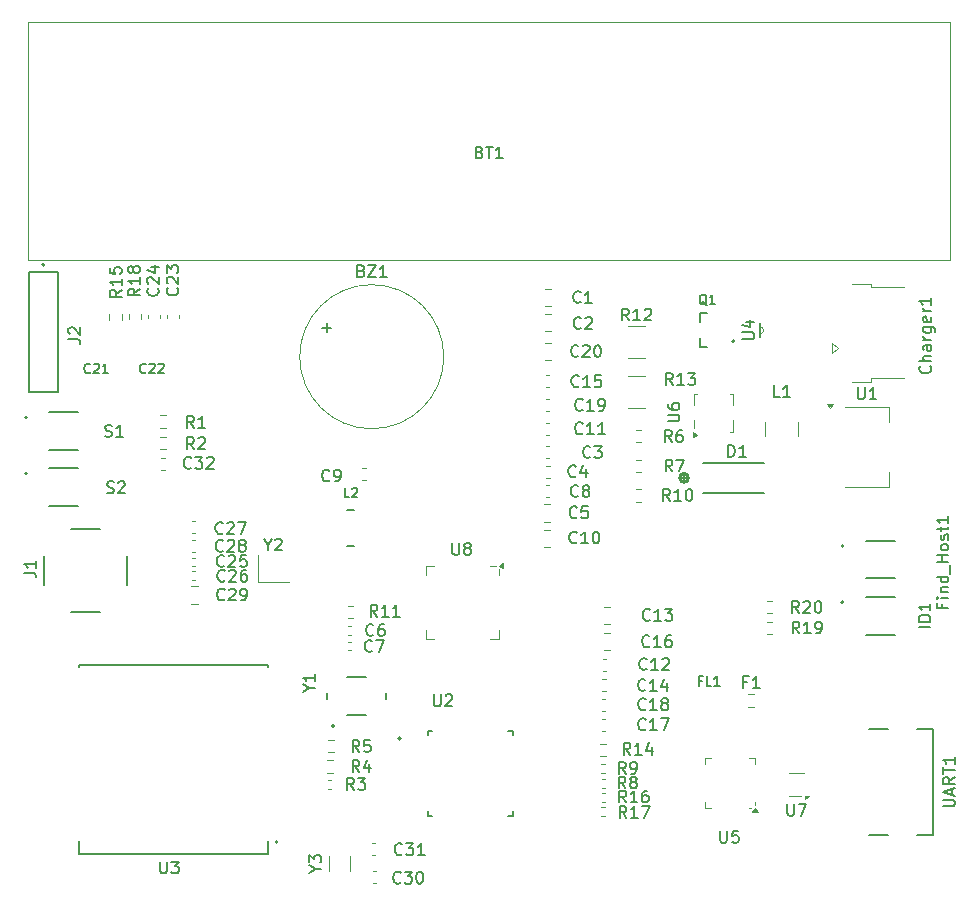
<source format=gbr>
%TF.GenerationSoftware,KiCad,Pcbnew,9.0.0*%
%TF.CreationDate,2025-06-11T08:44:37+09:00*%
%TF.ProjectId,FLP_PCB_terminal,464c505f-5043-4425-9f74-65726d696e61,rev?*%
%TF.SameCoordinates,Original*%
%TF.FileFunction,Legend,Top*%
%TF.FilePolarity,Positive*%
%FSLAX46Y46*%
G04 Gerber Fmt 4.6, Leading zero omitted, Abs format (unit mm)*
G04 Created by KiCad (PCBNEW 9.0.0) date 2025-06-11 08:44:37*
%MOMM*%
%LPD*%
G01*
G04 APERTURE LIST*
%ADD10C,0.150000*%
%ADD11C,0.120000*%
%ADD12C,0.127000*%
%ADD13C,0.200000*%
%ADD14C,0.152400*%
%ADD15C,0.100000*%
G04 APERTURE END LIST*
D10*
X75223333Y-141799580D02*
X75175714Y-141847200D01*
X75175714Y-141847200D02*
X75032857Y-141894819D01*
X75032857Y-141894819D02*
X74937619Y-141894819D01*
X74937619Y-141894819D02*
X74794762Y-141847200D01*
X74794762Y-141847200D02*
X74699524Y-141751961D01*
X74699524Y-141751961D02*
X74651905Y-141656723D01*
X74651905Y-141656723D02*
X74604286Y-141466247D01*
X74604286Y-141466247D02*
X74604286Y-141323390D01*
X74604286Y-141323390D02*
X74651905Y-141132914D01*
X74651905Y-141132914D02*
X74699524Y-141037676D01*
X74699524Y-141037676D02*
X74794762Y-140942438D01*
X74794762Y-140942438D02*
X74937619Y-140894819D01*
X74937619Y-140894819D02*
X75032857Y-140894819D01*
X75032857Y-140894819D02*
X75175714Y-140942438D01*
X75175714Y-140942438D02*
X75223333Y-140990057D01*
X76080476Y-140894819D02*
X75890000Y-140894819D01*
X75890000Y-140894819D02*
X75794762Y-140942438D01*
X75794762Y-140942438D02*
X75747143Y-140990057D01*
X75747143Y-140990057D02*
X75651905Y-141132914D01*
X75651905Y-141132914D02*
X75604286Y-141323390D01*
X75604286Y-141323390D02*
X75604286Y-141704342D01*
X75604286Y-141704342D02*
X75651905Y-141799580D01*
X75651905Y-141799580D02*
X75699524Y-141847200D01*
X75699524Y-141847200D02*
X75794762Y-141894819D01*
X75794762Y-141894819D02*
X75985238Y-141894819D01*
X75985238Y-141894819D02*
X76080476Y-141847200D01*
X76080476Y-141847200D02*
X76128095Y-141799580D01*
X76128095Y-141799580D02*
X76175714Y-141704342D01*
X76175714Y-141704342D02*
X76175714Y-141466247D01*
X76175714Y-141466247D02*
X76128095Y-141371009D01*
X76128095Y-141371009D02*
X76080476Y-141323390D01*
X76080476Y-141323390D02*
X75985238Y-141275771D01*
X75985238Y-141275771D02*
X75794762Y-141275771D01*
X75794762Y-141275771D02*
X75699524Y-141323390D01*
X75699524Y-141323390D02*
X75651905Y-141371009D01*
X75651905Y-141371009D02*
X75604286Y-141466247D01*
X92927142Y-122719580D02*
X92879523Y-122767200D01*
X92879523Y-122767200D02*
X92736666Y-122814819D01*
X92736666Y-122814819D02*
X92641428Y-122814819D01*
X92641428Y-122814819D02*
X92498571Y-122767200D01*
X92498571Y-122767200D02*
X92403333Y-122671961D01*
X92403333Y-122671961D02*
X92355714Y-122576723D01*
X92355714Y-122576723D02*
X92308095Y-122386247D01*
X92308095Y-122386247D02*
X92308095Y-122243390D01*
X92308095Y-122243390D02*
X92355714Y-122052914D01*
X92355714Y-122052914D02*
X92403333Y-121957676D01*
X92403333Y-121957676D02*
X92498571Y-121862438D01*
X92498571Y-121862438D02*
X92641428Y-121814819D01*
X92641428Y-121814819D02*
X92736666Y-121814819D01*
X92736666Y-121814819D02*
X92879523Y-121862438D01*
X92879523Y-121862438D02*
X92927142Y-121910057D01*
X93879523Y-122814819D02*
X93308095Y-122814819D01*
X93593809Y-122814819D02*
X93593809Y-121814819D01*
X93593809Y-121814819D02*
X93498571Y-121957676D01*
X93498571Y-121957676D02*
X93403333Y-122052914D01*
X93403333Y-122052914D02*
X93308095Y-122100533D01*
X94355714Y-122814819D02*
X94546190Y-122814819D01*
X94546190Y-122814819D02*
X94641428Y-122767200D01*
X94641428Y-122767200D02*
X94689047Y-122719580D01*
X94689047Y-122719580D02*
X94784285Y-122576723D01*
X94784285Y-122576723D02*
X94831904Y-122386247D01*
X94831904Y-122386247D02*
X94831904Y-122005295D01*
X94831904Y-122005295D02*
X94784285Y-121910057D01*
X94784285Y-121910057D02*
X94736666Y-121862438D01*
X94736666Y-121862438D02*
X94641428Y-121814819D01*
X94641428Y-121814819D02*
X94450952Y-121814819D01*
X94450952Y-121814819D02*
X94355714Y-121862438D01*
X94355714Y-121862438D02*
X94308095Y-121910057D01*
X94308095Y-121910057D02*
X94260476Y-122005295D01*
X94260476Y-122005295D02*
X94260476Y-122243390D01*
X94260476Y-122243390D02*
X94308095Y-122338628D01*
X94308095Y-122338628D02*
X94355714Y-122386247D01*
X94355714Y-122386247D02*
X94450952Y-122433866D01*
X94450952Y-122433866D02*
X94641428Y-122433866D01*
X94641428Y-122433866D02*
X94736666Y-122386247D01*
X94736666Y-122386247D02*
X94784285Y-122338628D01*
X94784285Y-122338628D02*
X94831904Y-122243390D01*
X77642142Y-160349580D02*
X77594523Y-160397200D01*
X77594523Y-160397200D02*
X77451666Y-160444819D01*
X77451666Y-160444819D02*
X77356428Y-160444819D01*
X77356428Y-160444819D02*
X77213571Y-160397200D01*
X77213571Y-160397200D02*
X77118333Y-160301961D01*
X77118333Y-160301961D02*
X77070714Y-160206723D01*
X77070714Y-160206723D02*
X77023095Y-160016247D01*
X77023095Y-160016247D02*
X77023095Y-159873390D01*
X77023095Y-159873390D02*
X77070714Y-159682914D01*
X77070714Y-159682914D02*
X77118333Y-159587676D01*
X77118333Y-159587676D02*
X77213571Y-159492438D01*
X77213571Y-159492438D02*
X77356428Y-159444819D01*
X77356428Y-159444819D02*
X77451666Y-159444819D01*
X77451666Y-159444819D02*
X77594523Y-159492438D01*
X77594523Y-159492438D02*
X77642142Y-159540057D01*
X77975476Y-159444819D02*
X78594523Y-159444819D01*
X78594523Y-159444819D02*
X78261190Y-159825771D01*
X78261190Y-159825771D02*
X78404047Y-159825771D01*
X78404047Y-159825771D02*
X78499285Y-159873390D01*
X78499285Y-159873390D02*
X78546904Y-159921009D01*
X78546904Y-159921009D02*
X78594523Y-160016247D01*
X78594523Y-160016247D02*
X78594523Y-160254342D01*
X78594523Y-160254342D02*
X78546904Y-160349580D01*
X78546904Y-160349580D02*
X78499285Y-160397200D01*
X78499285Y-160397200D02*
X78404047Y-160444819D01*
X78404047Y-160444819D02*
X78118333Y-160444819D01*
X78118333Y-160444819D02*
X78023095Y-160397200D01*
X78023095Y-160397200D02*
X77975476Y-160349580D01*
X79546904Y-160444819D02*
X78975476Y-160444819D01*
X79261190Y-160444819D02*
X79261190Y-159444819D01*
X79261190Y-159444819D02*
X79165952Y-159587676D01*
X79165952Y-159587676D02*
X79070714Y-159682914D01*
X79070714Y-159682914D02*
X78975476Y-159730533D01*
X57156931Y-160993998D02*
X57156931Y-161804759D01*
X57156931Y-161804759D02*
X57204622Y-161900143D01*
X57204622Y-161900143D02*
X57252314Y-161947835D01*
X57252314Y-161947835D02*
X57347698Y-161995526D01*
X57347698Y-161995526D02*
X57538465Y-161995526D01*
X57538465Y-161995526D02*
X57633849Y-161947835D01*
X57633849Y-161947835D02*
X57681540Y-161900143D01*
X57681540Y-161900143D02*
X57729232Y-161804759D01*
X57729232Y-161804759D02*
X57729232Y-160993998D01*
X58110767Y-160993998D02*
X58730760Y-160993998D01*
X58730760Y-160993998D02*
X58396918Y-161375533D01*
X58396918Y-161375533D02*
X58539993Y-161375533D01*
X58539993Y-161375533D02*
X58635377Y-161423225D01*
X58635377Y-161423225D02*
X58683069Y-161470916D01*
X58683069Y-161470916D02*
X58730760Y-161566300D01*
X58730760Y-161566300D02*
X58730760Y-161804759D01*
X58730760Y-161804759D02*
X58683069Y-161900143D01*
X58683069Y-161900143D02*
X58635377Y-161947835D01*
X58635377Y-161947835D02*
X58539993Y-161995526D01*
X58539993Y-161995526D02*
X58253842Y-161995526D01*
X58253842Y-161995526D02*
X58158459Y-161947835D01*
X58158459Y-161947835D02*
X58110767Y-161900143D01*
X109633333Y-121684819D02*
X109157143Y-121684819D01*
X109157143Y-121684819D02*
X109157143Y-120684819D01*
X110490476Y-121684819D02*
X109919048Y-121684819D01*
X110204762Y-121684819D02*
X110204762Y-120684819D01*
X110204762Y-120684819D02*
X110109524Y-120827676D01*
X110109524Y-120827676D02*
X110014286Y-120922914D01*
X110014286Y-120922914D02*
X109919048Y-120970533D01*
X62487142Y-134659580D02*
X62439523Y-134707200D01*
X62439523Y-134707200D02*
X62296666Y-134754819D01*
X62296666Y-134754819D02*
X62201428Y-134754819D01*
X62201428Y-134754819D02*
X62058571Y-134707200D01*
X62058571Y-134707200D02*
X61963333Y-134611961D01*
X61963333Y-134611961D02*
X61915714Y-134516723D01*
X61915714Y-134516723D02*
X61868095Y-134326247D01*
X61868095Y-134326247D02*
X61868095Y-134183390D01*
X61868095Y-134183390D02*
X61915714Y-133992914D01*
X61915714Y-133992914D02*
X61963333Y-133897676D01*
X61963333Y-133897676D02*
X62058571Y-133802438D01*
X62058571Y-133802438D02*
X62201428Y-133754819D01*
X62201428Y-133754819D02*
X62296666Y-133754819D01*
X62296666Y-133754819D02*
X62439523Y-133802438D01*
X62439523Y-133802438D02*
X62487142Y-133850057D01*
X62868095Y-133850057D02*
X62915714Y-133802438D01*
X62915714Y-133802438D02*
X63010952Y-133754819D01*
X63010952Y-133754819D02*
X63249047Y-133754819D01*
X63249047Y-133754819D02*
X63344285Y-133802438D01*
X63344285Y-133802438D02*
X63391904Y-133850057D01*
X63391904Y-133850057D02*
X63439523Y-133945295D01*
X63439523Y-133945295D02*
X63439523Y-134040533D01*
X63439523Y-134040533D02*
X63391904Y-134183390D01*
X63391904Y-134183390D02*
X62820476Y-134754819D01*
X62820476Y-134754819D02*
X63439523Y-134754819D01*
X64010952Y-134183390D02*
X63915714Y-134135771D01*
X63915714Y-134135771D02*
X63868095Y-134088152D01*
X63868095Y-134088152D02*
X63820476Y-133992914D01*
X63820476Y-133992914D02*
X63820476Y-133945295D01*
X63820476Y-133945295D02*
X63868095Y-133850057D01*
X63868095Y-133850057D02*
X63915714Y-133802438D01*
X63915714Y-133802438D02*
X64010952Y-133754819D01*
X64010952Y-133754819D02*
X64201428Y-133754819D01*
X64201428Y-133754819D02*
X64296666Y-133802438D01*
X64296666Y-133802438D02*
X64344285Y-133850057D01*
X64344285Y-133850057D02*
X64391904Y-133945295D01*
X64391904Y-133945295D02*
X64391904Y-133992914D01*
X64391904Y-133992914D02*
X64344285Y-134088152D01*
X64344285Y-134088152D02*
X64296666Y-134135771D01*
X64296666Y-134135771D02*
X64201428Y-134183390D01*
X64201428Y-134183390D02*
X64010952Y-134183390D01*
X64010952Y-134183390D02*
X63915714Y-134231009D01*
X63915714Y-134231009D02*
X63868095Y-134278628D01*
X63868095Y-134278628D02*
X63820476Y-134373866D01*
X63820476Y-134373866D02*
X63820476Y-134564342D01*
X63820476Y-134564342D02*
X63868095Y-134659580D01*
X63868095Y-134659580D02*
X63915714Y-134707200D01*
X63915714Y-134707200D02*
X64010952Y-134754819D01*
X64010952Y-134754819D02*
X64201428Y-134754819D01*
X64201428Y-134754819D02*
X64296666Y-134707200D01*
X64296666Y-134707200D02*
X64344285Y-134659580D01*
X64344285Y-134659580D02*
X64391904Y-134564342D01*
X64391904Y-134564342D02*
X64391904Y-134373866D01*
X64391904Y-134373866D02*
X64344285Y-134278628D01*
X64344285Y-134278628D02*
X64296666Y-134231009D01*
X64296666Y-134231009D02*
X64201428Y-134183390D01*
X92567142Y-118179580D02*
X92519523Y-118227200D01*
X92519523Y-118227200D02*
X92376666Y-118274819D01*
X92376666Y-118274819D02*
X92281428Y-118274819D01*
X92281428Y-118274819D02*
X92138571Y-118227200D01*
X92138571Y-118227200D02*
X92043333Y-118131961D01*
X92043333Y-118131961D02*
X91995714Y-118036723D01*
X91995714Y-118036723D02*
X91948095Y-117846247D01*
X91948095Y-117846247D02*
X91948095Y-117703390D01*
X91948095Y-117703390D02*
X91995714Y-117512914D01*
X91995714Y-117512914D02*
X92043333Y-117417676D01*
X92043333Y-117417676D02*
X92138571Y-117322438D01*
X92138571Y-117322438D02*
X92281428Y-117274819D01*
X92281428Y-117274819D02*
X92376666Y-117274819D01*
X92376666Y-117274819D02*
X92519523Y-117322438D01*
X92519523Y-117322438D02*
X92567142Y-117370057D01*
X92948095Y-117370057D02*
X92995714Y-117322438D01*
X92995714Y-117322438D02*
X93090952Y-117274819D01*
X93090952Y-117274819D02*
X93329047Y-117274819D01*
X93329047Y-117274819D02*
X93424285Y-117322438D01*
X93424285Y-117322438D02*
X93471904Y-117370057D01*
X93471904Y-117370057D02*
X93519523Y-117465295D01*
X93519523Y-117465295D02*
X93519523Y-117560533D01*
X93519523Y-117560533D02*
X93471904Y-117703390D01*
X93471904Y-117703390D02*
X92900476Y-118274819D01*
X92900476Y-118274819D02*
X93519523Y-118274819D01*
X94138571Y-117274819D02*
X94233809Y-117274819D01*
X94233809Y-117274819D02*
X94329047Y-117322438D01*
X94329047Y-117322438D02*
X94376666Y-117370057D01*
X94376666Y-117370057D02*
X94424285Y-117465295D01*
X94424285Y-117465295D02*
X94471904Y-117655771D01*
X94471904Y-117655771D02*
X94471904Y-117893866D01*
X94471904Y-117893866D02*
X94424285Y-118084342D01*
X94424285Y-118084342D02*
X94376666Y-118179580D01*
X94376666Y-118179580D02*
X94329047Y-118227200D01*
X94329047Y-118227200D02*
X94233809Y-118274819D01*
X94233809Y-118274819D02*
X94138571Y-118274819D01*
X94138571Y-118274819D02*
X94043333Y-118227200D01*
X94043333Y-118227200D02*
X93995714Y-118179580D01*
X93995714Y-118179580D02*
X93948095Y-118084342D01*
X93948095Y-118084342D02*
X93900476Y-117893866D01*
X93900476Y-117893866D02*
X93900476Y-117655771D01*
X93900476Y-117655771D02*
X93948095Y-117465295D01*
X93948095Y-117465295D02*
X93995714Y-117370057D01*
X93995714Y-117370057D02*
X94043333Y-117322438D01*
X94043333Y-117322438D02*
X94138571Y-117274819D01*
X92927142Y-124719580D02*
X92879523Y-124767200D01*
X92879523Y-124767200D02*
X92736666Y-124814819D01*
X92736666Y-124814819D02*
X92641428Y-124814819D01*
X92641428Y-124814819D02*
X92498571Y-124767200D01*
X92498571Y-124767200D02*
X92403333Y-124671961D01*
X92403333Y-124671961D02*
X92355714Y-124576723D01*
X92355714Y-124576723D02*
X92308095Y-124386247D01*
X92308095Y-124386247D02*
X92308095Y-124243390D01*
X92308095Y-124243390D02*
X92355714Y-124052914D01*
X92355714Y-124052914D02*
X92403333Y-123957676D01*
X92403333Y-123957676D02*
X92498571Y-123862438D01*
X92498571Y-123862438D02*
X92641428Y-123814819D01*
X92641428Y-123814819D02*
X92736666Y-123814819D01*
X92736666Y-123814819D02*
X92879523Y-123862438D01*
X92879523Y-123862438D02*
X92927142Y-123910057D01*
X93879523Y-124814819D02*
X93308095Y-124814819D01*
X93593809Y-124814819D02*
X93593809Y-123814819D01*
X93593809Y-123814819D02*
X93498571Y-123957676D01*
X93498571Y-123957676D02*
X93403333Y-124052914D01*
X93403333Y-124052914D02*
X93308095Y-124100533D01*
X94831904Y-124814819D02*
X94260476Y-124814819D01*
X94546190Y-124814819D02*
X94546190Y-123814819D01*
X94546190Y-123814819D02*
X94450952Y-123957676D01*
X94450952Y-123957676D02*
X94355714Y-124052914D01*
X94355714Y-124052914D02*
X94260476Y-124100533D01*
X96617142Y-155984819D02*
X96283809Y-155508628D01*
X96045714Y-155984819D02*
X96045714Y-154984819D01*
X96045714Y-154984819D02*
X96426666Y-154984819D01*
X96426666Y-154984819D02*
X96521904Y-155032438D01*
X96521904Y-155032438D02*
X96569523Y-155080057D01*
X96569523Y-155080057D02*
X96617142Y-155175295D01*
X96617142Y-155175295D02*
X96617142Y-155318152D01*
X96617142Y-155318152D02*
X96569523Y-155413390D01*
X96569523Y-155413390D02*
X96521904Y-155461009D01*
X96521904Y-155461009D02*
X96426666Y-155508628D01*
X96426666Y-155508628D02*
X96045714Y-155508628D01*
X97569523Y-155984819D02*
X96998095Y-155984819D01*
X97283809Y-155984819D02*
X97283809Y-154984819D01*
X97283809Y-154984819D02*
X97188571Y-155127676D01*
X97188571Y-155127676D02*
X97093333Y-155222914D01*
X97093333Y-155222914D02*
X96998095Y-155270533D01*
X98426666Y-154984819D02*
X98236190Y-154984819D01*
X98236190Y-154984819D02*
X98140952Y-155032438D01*
X98140952Y-155032438D02*
X98093333Y-155080057D01*
X98093333Y-155080057D02*
X97998095Y-155222914D01*
X97998095Y-155222914D02*
X97950476Y-155413390D01*
X97950476Y-155413390D02*
X97950476Y-155794342D01*
X97950476Y-155794342D02*
X97998095Y-155889580D01*
X97998095Y-155889580D02*
X98045714Y-155937200D01*
X98045714Y-155937200D02*
X98140952Y-155984819D01*
X98140952Y-155984819D02*
X98331428Y-155984819D01*
X98331428Y-155984819D02*
X98426666Y-155937200D01*
X98426666Y-155937200D02*
X98474285Y-155889580D01*
X98474285Y-155889580D02*
X98521904Y-155794342D01*
X98521904Y-155794342D02*
X98521904Y-155556247D01*
X98521904Y-155556247D02*
X98474285Y-155461009D01*
X98474285Y-155461009D02*
X98426666Y-155413390D01*
X98426666Y-155413390D02*
X98331428Y-155365771D01*
X98331428Y-155365771D02*
X98140952Y-155365771D01*
X98140952Y-155365771D02*
X98045714Y-155413390D01*
X98045714Y-155413390D02*
X97998095Y-155461009D01*
X97998095Y-155461009D02*
X97950476Y-155556247D01*
X122384819Y-141146189D02*
X121384819Y-141146189D01*
X122384819Y-140669999D02*
X121384819Y-140669999D01*
X121384819Y-140669999D02*
X121384819Y-140431904D01*
X121384819Y-140431904D02*
X121432438Y-140289047D01*
X121432438Y-140289047D02*
X121527676Y-140193809D01*
X121527676Y-140193809D02*
X121622914Y-140146190D01*
X121622914Y-140146190D02*
X121813390Y-140098571D01*
X121813390Y-140098571D02*
X121956247Y-140098571D01*
X121956247Y-140098571D02*
X122146723Y-140146190D01*
X122146723Y-140146190D02*
X122241961Y-140193809D01*
X122241961Y-140193809D02*
X122337200Y-140289047D01*
X122337200Y-140289047D02*
X122384819Y-140431904D01*
X122384819Y-140431904D02*
X122384819Y-140669999D01*
X122384819Y-139146190D02*
X122384819Y-139717618D01*
X122384819Y-139431904D02*
X121384819Y-139431904D01*
X121384819Y-139431904D02*
X121527676Y-139527142D01*
X121527676Y-139527142D02*
X121622914Y-139622380D01*
X121622914Y-139622380D02*
X121670533Y-139717618D01*
X111282142Y-141674819D02*
X110948809Y-141198628D01*
X110710714Y-141674819D02*
X110710714Y-140674819D01*
X110710714Y-140674819D02*
X111091666Y-140674819D01*
X111091666Y-140674819D02*
X111186904Y-140722438D01*
X111186904Y-140722438D02*
X111234523Y-140770057D01*
X111234523Y-140770057D02*
X111282142Y-140865295D01*
X111282142Y-140865295D02*
X111282142Y-141008152D01*
X111282142Y-141008152D02*
X111234523Y-141103390D01*
X111234523Y-141103390D02*
X111186904Y-141151009D01*
X111186904Y-141151009D02*
X111091666Y-141198628D01*
X111091666Y-141198628D02*
X110710714Y-141198628D01*
X112234523Y-141674819D02*
X111663095Y-141674819D01*
X111948809Y-141674819D02*
X111948809Y-140674819D01*
X111948809Y-140674819D02*
X111853571Y-140817676D01*
X111853571Y-140817676D02*
X111758333Y-140912914D01*
X111758333Y-140912914D02*
X111663095Y-140960533D01*
X112710714Y-141674819D02*
X112901190Y-141674819D01*
X112901190Y-141674819D02*
X112996428Y-141627200D01*
X112996428Y-141627200D02*
X113044047Y-141579580D01*
X113044047Y-141579580D02*
X113139285Y-141436723D01*
X113139285Y-141436723D02*
X113186904Y-141246247D01*
X113186904Y-141246247D02*
X113186904Y-140865295D01*
X113186904Y-140865295D02*
X113139285Y-140770057D01*
X113139285Y-140770057D02*
X113091666Y-140722438D01*
X113091666Y-140722438D02*
X112996428Y-140674819D01*
X112996428Y-140674819D02*
X112805952Y-140674819D01*
X112805952Y-140674819D02*
X112710714Y-140722438D01*
X112710714Y-140722438D02*
X112663095Y-140770057D01*
X112663095Y-140770057D02*
X112615476Y-140865295D01*
X112615476Y-140865295D02*
X112615476Y-141103390D01*
X112615476Y-141103390D02*
X112663095Y-141198628D01*
X112663095Y-141198628D02*
X112710714Y-141246247D01*
X112710714Y-141246247D02*
X112805952Y-141293866D01*
X112805952Y-141293866D02*
X112996428Y-141293866D01*
X112996428Y-141293866D02*
X113091666Y-141246247D01*
X113091666Y-141246247D02*
X113139285Y-141198628D01*
X113139285Y-141198628D02*
X113186904Y-141103390D01*
X55945714Y-119556104D02*
X55907618Y-119594200D01*
X55907618Y-119594200D02*
X55793333Y-119632295D01*
X55793333Y-119632295D02*
X55717142Y-119632295D01*
X55717142Y-119632295D02*
X55602856Y-119594200D01*
X55602856Y-119594200D02*
X55526666Y-119518009D01*
X55526666Y-119518009D02*
X55488571Y-119441819D01*
X55488571Y-119441819D02*
X55450475Y-119289438D01*
X55450475Y-119289438D02*
X55450475Y-119175152D01*
X55450475Y-119175152D02*
X55488571Y-119022771D01*
X55488571Y-119022771D02*
X55526666Y-118946580D01*
X55526666Y-118946580D02*
X55602856Y-118870390D01*
X55602856Y-118870390D02*
X55717142Y-118832295D01*
X55717142Y-118832295D02*
X55793333Y-118832295D01*
X55793333Y-118832295D02*
X55907618Y-118870390D01*
X55907618Y-118870390D02*
X55945714Y-118908485D01*
X56250475Y-118908485D02*
X56288571Y-118870390D01*
X56288571Y-118870390D02*
X56364761Y-118832295D01*
X56364761Y-118832295D02*
X56555237Y-118832295D01*
X56555237Y-118832295D02*
X56631428Y-118870390D01*
X56631428Y-118870390D02*
X56669523Y-118908485D01*
X56669523Y-118908485D02*
X56707618Y-118984676D01*
X56707618Y-118984676D02*
X56707618Y-119060866D01*
X56707618Y-119060866D02*
X56669523Y-119175152D01*
X56669523Y-119175152D02*
X56212380Y-119632295D01*
X56212380Y-119632295D02*
X56707618Y-119632295D01*
X57012380Y-118908485D02*
X57050476Y-118870390D01*
X57050476Y-118870390D02*
X57126666Y-118832295D01*
X57126666Y-118832295D02*
X57317142Y-118832295D01*
X57317142Y-118832295D02*
X57393333Y-118870390D01*
X57393333Y-118870390D02*
X57431428Y-118908485D01*
X57431428Y-118908485D02*
X57469523Y-118984676D01*
X57469523Y-118984676D02*
X57469523Y-119060866D01*
X57469523Y-119060866D02*
X57431428Y-119175152D01*
X57431428Y-119175152D02*
X56974285Y-119632295D01*
X56974285Y-119632295D02*
X57469523Y-119632295D01*
X96583333Y-153564819D02*
X96250000Y-153088628D01*
X96011905Y-153564819D02*
X96011905Y-152564819D01*
X96011905Y-152564819D02*
X96392857Y-152564819D01*
X96392857Y-152564819D02*
X96488095Y-152612438D01*
X96488095Y-152612438D02*
X96535714Y-152660057D01*
X96535714Y-152660057D02*
X96583333Y-152755295D01*
X96583333Y-152755295D02*
X96583333Y-152898152D01*
X96583333Y-152898152D02*
X96535714Y-152993390D01*
X96535714Y-152993390D02*
X96488095Y-153041009D01*
X96488095Y-153041009D02*
X96392857Y-153088628D01*
X96392857Y-153088628D02*
X96011905Y-153088628D01*
X97059524Y-153564819D02*
X97250000Y-153564819D01*
X97250000Y-153564819D02*
X97345238Y-153517200D01*
X97345238Y-153517200D02*
X97392857Y-153469580D01*
X97392857Y-153469580D02*
X97488095Y-153326723D01*
X97488095Y-153326723D02*
X97535714Y-153136247D01*
X97535714Y-153136247D02*
X97535714Y-152755295D01*
X97535714Y-152755295D02*
X97488095Y-152660057D01*
X97488095Y-152660057D02*
X97440476Y-152612438D01*
X97440476Y-152612438D02*
X97345238Y-152564819D01*
X97345238Y-152564819D02*
X97154762Y-152564819D01*
X97154762Y-152564819D02*
X97059524Y-152612438D01*
X97059524Y-152612438D02*
X97011905Y-152660057D01*
X97011905Y-152660057D02*
X96964286Y-152755295D01*
X96964286Y-152755295D02*
X96964286Y-152993390D01*
X96964286Y-152993390D02*
X97011905Y-153088628D01*
X97011905Y-153088628D02*
X97059524Y-153136247D01*
X97059524Y-153136247D02*
X97154762Y-153183866D01*
X97154762Y-153183866D02*
X97345238Y-153183866D01*
X97345238Y-153183866D02*
X97440476Y-153136247D01*
X97440476Y-153136247D02*
X97488095Y-153088628D01*
X97488095Y-153088628D02*
X97535714Y-152993390D01*
X100557142Y-120634819D02*
X100223809Y-120158628D01*
X99985714Y-120634819D02*
X99985714Y-119634819D01*
X99985714Y-119634819D02*
X100366666Y-119634819D01*
X100366666Y-119634819D02*
X100461904Y-119682438D01*
X100461904Y-119682438D02*
X100509523Y-119730057D01*
X100509523Y-119730057D02*
X100557142Y-119825295D01*
X100557142Y-119825295D02*
X100557142Y-119968152D01*
X100557142Y-119968152D02*
X100509523Y-120063390D01*
X100509523Y-120063390D02*
X100461904Y-120111009D01*
X100461904Y-120111009D02*
X100366666Y-120158628D01*
X100366666Y-120158628D02*
X99985714Y-120158628D01*
X101509523Y-120634819D02*
X100938095Y-120634819D01*
X101223809Y-120634819D02*
X101223809Y-119634819D01*
X101223809Y-119634819D02*
X101128571Y-119777676D01*
X101128571Y-119777676D02*
X101033333Y-119872914D01*
X101033333Y-119872914D02*
X100938095Y-119920533D01*
X101842857Y-119634819D02*
X102461904Y-119634819D01*
X102461904Y-119634819D02*
X102128571Y-120015771D01*
X102128571Y-120015771D02*
X102271428Y-120015771D01*
X102271428Y-120015771D02*
X102366666Y-120063390D01*
X102366666Y-120063390D02*
X102414285Y-120111009D01*
X102414285Y-120111009D02*
X102461904Y-120206247D01*
X102461904Y-120206247D02*
X102461904Y-120444342D01*
X102461904Y-120444342D02*
X102414285Y-120539580D01*
X102414285Y-120539580D02*
X102366666Y-120587200D01*
X102366666Y-120587200D02*
X102271428Y-120634819D01*
X102271428Y-120634819D02*
X101985714Y-120634819D01*
X101985714Y-120634819D02*
X101890476Y-120587200D01*
X101890476Y-120587200D02*
X101842857Y-120539580D01*
X105256238Y-126727283D02*
X105256238Y-125725858D01*
X105256238Y-125725858D02*
X105494673Y-125725858D01*
X105494673Y-125725858D02*
X105637733Y-125773545D01*
X105637733Y-125773545D02*
X105733107Y-125868919D01*
X105733107Y-125868919D02*
X105780794Y-125964293D01*
X105780794Y-125964293D02*
X105828481Y-126155041D01*
X105828481Y-126155041D02*
X105828481Y-126298101D01*
X105828481Y-126298101D02*
X105780794Y-126488849D01*
X105780794Y-126488849D02*
X105733107Y-126584223D01*
X105733107Y-126584223D02*
X105637733Y-126679597D01*
X105637733Y-126679597D02*
X105494673Y-126727283D01*
X105494673Y-126727283D02*
X105256238Y-126727283D01*
X106782219Y-126727283D02*
X106209976Y-126727283D01*
X106496098Y-126727283D02*
X106496098Y-125725858D01*
X106496098Y-125725858D02*
X106400724Y-125868919D01*
X106400724Y-125868919D02*
X106305350Y-125964293D01*
X106305350Y-125964293D02*
X106209976Y-126011980D01*
X70328628Y-161636190D02*
X70804819Y-161636190D01*
X69804819Y-161969523D02*
X70328628Y-161636190D01*
X70328628Y-161636190D02*
X69804819Y-161302857D01*
X69804819Y-161064761D02*
X69804819Y-160445714D01*
X69804819Y-160445714D02*
X70185771Y-160779047D01*
X70185771Y-160779047D02*
X70185771Y-160636190D01*
X70185771Y-160636190D02*
X70233390Y-160540952D01*
X70233390Y-160540952D02*
X70281009Y-160493333D01*
X70281009Y-160493333D02*
X70376247Y-160445714D01*
X70376247Y-160445714D02*
X70614342Y-160445714D01*
X70614342Y-160445714D02*
X70709580Y-160493333D01*
X70709580Y-160493333D02*
X70757200Y-160540952D01*
X70757200Y-160540952D02*
X70804819Y-160636190D01*
X70804819Y-160636190D02*
X70804819Y-160921904D01*
X70804819Y-160921904D02*
X70757200Y-161017142D01*
X70757200Y-161017142D02*
X70709580Y-161064761D01*
X92563333Y-130019580D02*
X92515714Y-130067200D01*
X92515714Y-130067200D02*
X92372857Y-130114819D01*
X92372857Y-130114819D02*
X92277619Y-130114819D01*
X92277619Y-130114819D02*
X92134762Y-130067200D01*
X92134762Y-130067200D02*
X92039524Y-129971961D01*
X92039524Y-129971961D02*
X91991905Y-129876723D01*
X91991905Y-129876723D02*
X91944286Y-129686247D01*
X91944286Y-129686247D02*
X91944286Y-129543390D01*
X91944286Y-129543390D02*
X91991905Y-129352914D01*
X91991905Y-129352914D02*
X92039524Y-129257676D01*
X92039524Y-129257676D02*
X92134762Y-129162438D01*
X92134762Y-129162438D02*
X92277619Y-129114819D01*
X92277619Y-129114819D02*
X92372857Y-129114819D01*
X92372857Y-129114819D02*
X92515714Y-129162438D01*
X92515714Y-129162438D02*
X92563333Y-129210057D01*
X93134762Y-129543390D02*
X93039524Y-129495771D01*
X93039524Y-129495771D02*
X92991905Y-129448152D01*
X92991905Y-129448152D02*
X92944286Y-129352914D01*
X92944286Y-129352914D02*
X92944286Y-129305295D01*
X92944286Y-129305295D02*
X92991905Y-129210057D01*
X92991905Y-129210057D02*
X93039524Y-129162438D01*
X93039524Y-129162438D02*
X93134762Y-129114819D01*
X93134762Y-129114819D02*
X93325238Y-129114819D01*
X93325238Y-129114819D02*
X93420476Y-129162438D01*
X93420476Y-129162438D02*
X93468095Y-129210057D01*
X93468095Y-129210057D02*
X93515714Y-129305295D01*
X93515714Y-129305295D02*
X93515714Y-129352914D01*
X93515714Y-129352914D02*
X93468095Y-129448152D01*
X93468095Y-129448152D02*
X93420476Y-129495771D01*
X93420476Y-129495771D02*
X93325238Y-129543390D01*
X93325238Y-129543390D02*
X93134762Y-129543390D01*
X93134762Y-129543390D02*
X93039524Y-129591009D01*
X93039524Y-129591009D02*
X92991905Y-129638628D01*
X92991905Y-129638628D02*
X92944286Y-129733866D01*
X92944286Y-129733866D02*
X92944286Y-129924342D01*
X92944286Y-129924342D02*
X92991905Y-130019580D01*
X92991905Y-130019580D02*
X93039524Y-130067200D01*
X93039524Y-130067200D02*
X93134762Y-130114819D01*
X93134762Y-130114819D02*
X93325238Y-130114819D01*
X93325238Y-130114819D02*
X93420476Y-130067200D01*
X93420476Y-130067200D02*
X93468095Y-130019580D01*
X93468095Y-130019580D02*
X93515714Y-129924342D01*
X93515714Y-129924342D02*
X93515714Y-129733866D01*
X93515714Y-129733866D02*
X93468095Y-129638628D01*
X93468095Y-129638628D02*
X93420476Y-129591009D01*
X93420476Y-129591009D02*
X93325238Y-129543390D01*
X71493333Y-128719580D02*
X71445714Y-128767200D01*
X71445714Y-128767200D02*
X71302857Y-128814819D01*
X71302857Y-128814819D02*
X71207619Y-128814819D01*
X71207619Y-128814819D02*
X71064762Y-128767200D01*
X71064762Y-128767200D02*
X70969524Y-128671961D01*
X70969524Y-128671961D02*
X70921905Y-128576723D01*
X70921905Y-128576723D02*
X70874286Y-128386247D01*
X70874286Y-128386247D02*
X70874286Y-128243390D01*
X70874286Y-128243390D02*
X70921905Y-128052914D01*
X70921905Y-128052914D02*
X70969524Y-127957676D01*
X70969524Y-127957676D02*
X71064762Y-127862438D01*
X71064762Y-127862438D02*
X71207619Y-127814819D01*
X71207619Y-127814819D02*
X71302857Y-127814819D01*
X71302857Y-127814819D02*
X71445714Y-127862438D01*
X71445714Y-127862438D02*
X71493333Y-127910057D01*
X71969524Y-128814819D02*
X72160000Y-128814819D01*
X72160000Y-128814819D02*
X72255238Y-128767200D01*
X72255238Y-128767200D02*
X72302857Y-128719580D01*
X72302857Y-128719580D02*
X72398095Y-128576723D01*
X72398095Y-128576723D02*
X72445714Y-128386247D01*
X72445714Y-128386247D02*
X72445714Y-128005295D01*
X72445714Y-128005295D02*
X72398095Y-127910057D01*
X72398095Y-127910057D02*
X72350476Y-127862438D01*
X72350476Y-127862438D02*
X72255238Y-127814819D01*
X72255238Y-127814819D02*
X72064762Y-127814819D01*
X72064762Y-127814819D02*
X71969524Y-127862438D01*
X71969524Y-127862438D02*
X71921905Y-127910057D01*
X71921905Y-127910057D02*
X71874286Y-128005295D01*
X71874286Y-128005295D02*
X71874286Y-128243390D01*
X71874286Y-128243390D02*
X71921905Y-128338628D01*
X71921905Y-128338628D02*
X71969524Y-128386247D01*
X71969524Y-128386247D02*
X72064762Y-128433866D01*
X72064762Y-128433866D02*
X72255238Y-128433866D01*
X72255238Y-128433866D02*
X72350476Y-128386247D01*
X72350476Y-128386247D02*
X72398095Y-128338628D01*
X72398095Y-128338628D02*
X72445714Y-128243390D01*
X62637142Y-137189580D02*
X62589523Y-137237200D01*
X62589523Y-137237200D02*
X62446666Y-137284819D01*
X62446666Y-137284819D02*
X62351428Y-137284819D01*
X62351428Y-137284819D02*
X62208571Y-137237200D01*
X62208571Y-137237200D02*
X62113333Y-137141961D01*
X62113333Y-137141961D02*
X62065714Y-137046723D01*
X62065714Y-137046723D02*
X62018095Y-136856247D01*
X62018095Y-136856247D02*
X62018095Y-136713390D01*
X62018095Y-136713390D02*
X62065714Y-136522914D01*
X62065714Y-136522914D02*
X62113333Y-136427676D01*
X62113333Y-136427676D02*
X62208571Y-136332438D01*
X62208571Y-136332438D02*
X62351428Y-136284819D01*
X62351428Y-136284819D02*
X62446666Y-136284819D01*
X62446666Y-136284819D02*
X62589523Y-136332438D01*
X62589523Y-136332438D02*
X62637142Y-136380057D01*
X63018095Y-136380057D02*
X63065714Y-136332438D01*
X63065714Y-136332438D02*
X63160952Y-136284819D01*
X63160952Y-136284819D02*
X63399047Y-136284819D01*
X63399047Y-136284819D02*
X63494285Y-136332438D01*
X63494285Y-136332438D02*
X63541904Y-136380057D01*
X63541904Y-136380057D02*
X63589523Y-136475295D01*
X63589523Y-136475295D02*
X63589523Y-136570533D01*
X63589523Y-136570533D02*
X63541904Y-136713390D01*
X63541904Y-136713390D02*
X62970476Y-137284819D01*
X62970476Y-137284819D02*
X63589523Y-137284819D01*
X64446666Y-136284819D02*
X64256190Y-136284819D01*
X64256190Y-136284819D02*
X64160952Y-136332438D01*
X64160952Y-136332438D02*
X64113333Y-136380057D01*
X64113333Y-136380057D02*
X64018095Y-136522914D01*
X64018095Y-136522914D02*
X63970476Y-136713390D01*
X63970476Y-136713390D02*
X63970476Y-137094342D01*
X63970476Y-137094342D02*
X64018095Y-137189580D01*
X64018095Y-137189580D02*
X64065714Y-137237200D01*
X64065714Y-137237200D02*
X64160952Y-137284819D01*
X64160952Y-137284819D02*
X64351428Y-137284819D01*
X64351428Y-137284819D02*
X64446666Y-137237200D01*
X64446666Y-137237200D02*
X64494285Y-137189580D01*
X64494285Y-137189580D02*
X64541904Y-137094342D01*
X64541904Y-137094342D02*
X64541904Y-136856247D01*
X64541904Y-136856247D02*
X64494285Y-136761009D01*
X64494285Y-136761009D02*
X64446666Y-136713390D01*
X64446666Y-136713390D02*
X64351428Y-136665771D01*
X64351428Y-136665771D02*
X64160952Y-136665771D01*
X64160952Y-136665771D02*
X64065714Y-136713390D01*
X64065714Y-136713390D02*
X64018095Y-136761009D01*
X64018095Y-136761009D02*
X63970476Y-136856247D01*
X106454819Y-116761904D02*
X107264342Y-116761904D01*
X107264342Y-116761904D02*
X107359580Y-116714285D01*
X107359580Y-116714285D02*
X107407200Y-116666666D01*
X107407200Y-116666666D02*
X107454819Y-116571428D01*
X107454819Y-116571428D02*
X107454819Y-116380952D01*
X107454819Y-116380952D02*
X107407200Y-116285714D01*
X107407200Y-116285714D02*
X107359580Y-116238095D01*
X107359580Y-116238095D02*
X107264342Y-116190476D01*
X107264342Y-116190476D02*
X106454819Y-116190476D01*
X106788152Y-115285714D02*
X107454819Y-115285714D01*
X106407200Y-115523809D02*
X107121485Y-115761904D01*
X107121485Y-115761904D02*
X107121485Y-115142857D01*
X98267142Y-148079580D02*
X98219523Y-148127200D01*
X98219523Y-148127200D02*
X98076666Y-148174819D01*
X98076666Y-148174819D02*
X97981428Y-148174819D01*
X97981428Y-148174819D02*
X97838571Y-148127200D01*
X97838571Y-148127200D02*
X97743333Y-148031961D01*
X97743333Y-148031961D02*
X97695714Y-147936723D01*
X97695714Y-147936723D02*
X97648095Y-147746247D01*
X97648095Y-147746247D02*
X97648095Y-147603390D01*
X97648095Y-147603390D02*
X97695714Y-147412914D01*
X97695714Y-147412914D02*
X97743333Y-147317676D01*
X97743333Y-147317676D02*
X97838571Y-147222438D01*
X97838571Y-147222438D02*
X97981428Y-147174819D01*
X97981428Y-147174819D02*
X98076666Y-147174819D01*
X98076666Y-147174819D02*
X98219523Y-147222438D01*
X98219523Y-147222438D02*
X98267142Y-147270057D01*
X99219523Y-148174819D02*
X98648095Y-148174819D01*
X98933809Y-148174819D02*
X98933809Y-147174819D01*
X98933809Y-147174819D02*
X98838571Y-147317676D01*
X98838571Y-147317676D02*
X98743333Y-147412914D01*
X98743333Y-147412914D02*
X98648095Y-147460533D01*
X99790952Y-147603390D02*
X99695714Y-147555771D01*
X99695714Y-147555771D02*
X99648095Y-147508152D01*
X99648095Y-147508152D02*
X99600476Y-147412914D01*
X99600476Y-147412914D02*
X99600476Y-147365295D01*
X99600476Y-147365295D02*
X99648095Y-147270057D01*
X99648095Y-147270057D02*
X99695714Y-147222438D01*
X99695714Y-147222438D02*
X99790952Y-147174819D01*
X99790952Y-147174819D02*
X99981428Y-147174819D01*
X99981428Y-147174819D02*
X100076666Y-147222438D01*
X100076666Y-147222438D02*
X100124285Y-147270057D01*
X100124285Y-147270057D02*
X100171904Y-147365295D01*
X100171904Y-147365295D02*
X100171904Y-147412914D01*
X100171904Y-147412914D02*
X100124285Y-147508152D01*
X100124285Y-147508152D02*
X100076666Y-147555771D01*
X100076666Y-147555771D02*
X99981428Y-147603390D01*
X99981428Y-147603390D02*
X99790952Y-147603390D01*
X99790952Y-147603390D02*
X99695714Y-147651009D01*
X99695714Y-147651009D02*
X99648095Y-147698628D01*
X99648095Y-147698628D02*
X99600476Y-147793866D01*
X99600476Y-147793866D02*
X99600476Y-147984342D01*
X99600476Y-147984342D02*
X99648095Y-148079580D01*
X99648095Y-148079580D02*
X99695714Y-148127200D01*
X99695714Y-148127200D02*
X99790952Y-148174819D01*
X99790952Y-148174819D02*
X99981428Y-148174819D01*
X99981428Y-148174819D02*
X100076666Y-148127200D01*
X100076666Y-148127200D02*
X100124285Y-148079580D01*
X100124285Y-148079580D02*
X100171904Y-147984342D01*
X100171904Y-147984342D02*
X100171904Y-147793866D01*
X100171904Y-147793866D02*
X100124285Y-147698628D01*
X100124285Y-147698628D02*
X100076666Y-147651009D01*
X100076666Y-147651009D02*
X99981428Y-147603390D01*
X110268095Y-156094819D02*
X110268095Y-156904342D01*
X110268095Y-156904342D02*
X110315714Y-156999580D01*
X110315714Y-156999580D02*
X110363333Y-157047200D01*
X110363333Y-157047200D02*
X110458571Y-157094819D01*
X110458571Y-157094819D02*
X110649047Y-157094819D01*
X110649047Y-157094819D02*
X110744285Y-157047200D01*
X110744285Y-157047200D02*
X110791904Y-156999580D01*
X110791904Y-156999580D02*
X110839523Y-156904342D01*
X110839523Y-156904342D02*
X110839523Y-156094819D01*
X111220476Y-156094819D02*
X111887142Y-156094819D01*
X111887142Y-156094819D02*
X111458571Y-157094819D01*
X62617142Y-138789580D02*
X62569523Y-138837200D01*
X62569523Y-138837200D02*
X62426666Y-138884819D01*
X62426666Y-138884819D02*
X62331428Y-138884819D01*
X62331428Y-138884819D02*
X62188571Y-138837200D01*
X62188571Y-138837200D02*
X62093333Y-138741961D01*
X62093333Y-138741961D02*
X62045714Y-138646723D01*
X62045714Y-138646723D02*
X61998095Y-138456247D01*
X61998095Y-138456247D02*
X61998095Y-138313390D01*
X61998095Y-138313390D02*
X62045714Y-138122914D01*
X62045714Y-138122914D02*
X62093333Y-138027676D01*
X62093333Y-138027676D02*
X62188571Y-137932438D01*
X62188571Y-137932438D02*
X62331428Y-137884819D01*
X62331428Y-137884819D02*
X62426666Y-137884819D01*
X62426666Y-137884819D02*
X62569523Y-137932438D01*
X62569523Y-137932438D02*
X62617142Y-137980057D01*
X62998095Y-137980057D02*
X63045714Y-137932438D01*
X63045714Y-137932438D02*
X63140952Y-137884819D01*
X63140952Y-137884819D02*
X63379047Y-137884819D01*
X63379047Y-137884819D02*
X63474285Y-137932438D01*
X63474285Y-137932438D02*
X63521904Y-137980057D01*
X63521904Y-137980057D02*
X63569523Y-138075295D01*
X63569523Y-138075295D02*
X63569523Y-138170533D01*
X63569523Y-138170533D02*
X63521904Y-138313390D01*
X63521904Y-138313390D02*
X62950476Y-138884819D01*
X62950476Y-138884819D02*
X63569523Y-138884819D01*
X64045714Y-138884819D02*
X64236190Y-138884819D01*
X64236190Y-138884819D02*
X64331428Y-138837200D01*
X64331428Y-138837200D02*
X64379047Y-138789580D01*
X64379047Y-138789580D02*
X64474285Y-138646723D01*
X64474285Y-138646723D02*
X64521904Y-138456247D01*
X64521904Y-138456247D02*
X64521904Y-138075295D01*
X64521904Y-138075295D02*
X64474285Y-137980057D01*
X64474285Y-137980057D02*
X64426666Y-137932438D01*
X64426666Y-137932438D02*
X64331428Y-137884819D01*
X64331428Y-137884819D02*
X64140952Y-137884819D01*
X64140952Y-137884819D02*
X64045714Y-137932438D01*
X64045714Y-137932438D02*
X63998095Y-137980057D01*
X63998095Y-137980057D02*
X63950476Y-138075295D01*
X63950476Y-138075295D02*
X63950476Y-138313390D01*
X63950476Y-138313390D02*
X63998095Y-138408628D01*
X63998095Y-138408628D02*
X64045714Y-138456247D01*
X64045714Y-138456247D02*
X64140952Y-138503866D01*
X64140952Y-138503866D02*
X64331428Y-138503866D01*
X64331428Y-138503866D02*
X64426666Y-138456247D01*
X64426666Y-138456247D02*
X64474285Y-138408628D01*
X64474285Y-138408628D02*
X64521904Y-138313390D01*
X96563333Y-154794819D02*
X96230000Y-154318628D01*
X95991905Y-154794819D02*
X95991905Y-153794819D01*
X95991905Y-153794819D02*
X96372857Y-153794819D01*
X96372857Y-153794819D02*
X96468095Y-153842438D01*
X96468095Y-153842438D02*
X96515714Y-153890057D01*
X96515714Y-153890057D02*
X96563333Y-153985295D01*
X96563333Y-153985295D02*
X96563333Y-154128152D01*
X96563333Y-154128152D02*
X96515714Y-154223390D01*
X96515714Y-154223390D02*
X96468095Y-154271009D01*
X96468095Y-154271009D02*
X96372857Y-154318628D01*
X96372857Y-154318628D02*
X95991905Y-154318628D01*
X97134762Y-154223390D02*
X97039524Y-154175771D01*
X97039524Y-154175771D02*
X96991905Y-154128152D01*
X96991905Y-154128152D02*
X96944286Y-154032914D01*
X96944286Y-154032914D02*
X96944286Y-153985295D01*
X96944286Y-153985295D02*
X96991905Y-153890057D01*
X96991905Y-153890057D02*
X97039524Y-153842438D01*
X97039524Y-153842438D02*
X97134762Y-153794819D01*
X97134762Y-153794819D02*
X97325238Y-153794819D01*
X97325238Y-153794819D02*
X97420476Y-153842438D01*
X97420476Y-153842438D02*
X97468095Y-153890057D01*
X97468095Y-153890057D02*
X97515714Y-153985295D01*
X97515714Y-153985295D02*
X97515714Y-154032914D01*
X97515714Y-154032914D02*
X97468095Y-154128152D01*
X97468095Y-154128152D02*
X97420476Y-154175771D01*
X97420476Y-154175771D02*
X97325238Y-154223390D01*
X97325238Y-154223390D02*
X97134762Y-154223390D01*
X97134762Y-154223390D02*
X97039524Y-154271009D01*
X97039524Y-154271009D02*
X96991905Y-154318628D01*
X96991905Y-154318628D02*
X96944286Y-154413866D01*
X96944286Y-154413866D02*
X96944286Y-154604342D01*
X96944286Y-154604342D02*
X96991905Y-154699580D01*
X96991905Y-154699580D02*
X97039524Y-154747200D01*
X97039524Y-154747200D02*
X97134762Y-154794819D01*
X97134762Y-154794819D02*
X97325238Y-154794819D01*
X97325238Y-154794819D02*
X97420476Y-154747200D01*
X97420476Y-154747200D02*
X97468095Y-154699580D01*
X97468095Y-154699580D02*
X97515714Y-154604342D01*
X97515714Y-154604342D02*
X97515714Y-154413866D01*
X97515714Y-154413866D02*
X97468095Y-154318628D01*
X97468095Y-154318628D02*
X97420476Y-154271009D01*
X97420476Y-154271009D02*
X97325238Y-154223390D01*
X98267142Y-149779580D02*
X98219523Y-149827200D01*
X98219523Y-149827200D02*
X98076666Y-149874819D01*
X98076666Y-149874819D02*
X97981428Y-149874819D01*
X97981428Y-149874819D02*
X97838571Y-149827200D01*
X97838571Y-149827200D02*
X97743333Y-149731961D01*
X97743333Y-149731961D02*
X97695714Y-149636723D01*
X97695714Y-149636723D02*
X97648095Y-149446247D01*
X97648095Y-149446247D02*
X97648095Y-149303390D01*
X97648095Y-149303390D02*
X97695714Y-149112914D01*
X97695714Y-149112914D02*
X97743333Y-149017676D01*
X97743333Y-149017676D02*
X97838571Y-148922438D01*
X97838571Y-148922438D02*
X97981428Y-148874819D01*
X97981428Y-148874819D02*
X98076666Y-148874819D01*
X98076666Y-148874819D02*
X98219523Y-148922438D01*
X98219523Y-148922438D02*
X98267142Y-148970057D01*
X99219523Y-149874819D02*
X98648095Y-149874819D01*
X98933809Y-149874819D02*
X98933809Y-148874819D01*
X98933809Y-148874819D02*
X98838571Y-149017676D01*
X98838571Y-149017676D02*
X98743333Y-149112914D01*
X98743333Y-149112914D02*
X98648095Y-149160533D01*
X99552857Y-148874819D02*
X100219523Y-148874819D01*
X100219523Y-148874819D02*
X99790952Y-149874819D01*
X81908095Y-134034819D02*
X81908095Y-134844342D01*
X81908095Y-134844342D02*
X81955714Y-134939580D01*
X81955714Y-134939580D02*
X82003333Y-134987200D01*
X82003333Y-134987200D02*
X82098571Y-135034819D01*
X82098571Y-135034819D02*
X82289047Y-135034819D01*
X82289047Y-135034819D02*
X82384285Y-134987200D01*
X82384285Y-134987200D02*
X82431904Y-134939580D01*
X82431904Y-134939580D02*
X82479523Y-134844342D01*
X82479523Y-134844342D02*
X82479523Y-134034819D01*
X83098571Y-134463390D02*
X83003333Y-134415771D01*
X83003333Y-134415771D02*
X82955714Y-134368152D01*
X82955714Y-134368152D02*
X82908095Y-134272914D01*
X82908095Y-134272914D02*
X82908095Y-134225295D01*
X82908095Y-134225295D02*
X82955714Y-134130057D01*
X82955714Y-134130057D02*
X83003333Y-134082438D01*
X83003333Y-134082438D02*
X83098571Y-134034819D01*
X83098571Y-134034819D02*
X83289047Y-134034819D01*
X83289047Y-134034819D02*
X83384285Y-134082438D01*
X83384285Y-134082438D02*
X83431904Y-134130057D01*
X83431904Y-134130057D02*
X83479523Y-134225295D01*
X83479523Y-134225295D02*
X83479523Y-134272914D01*
X83479523Y-134272914D02*
X83431904Y-134368152D01*
X83431904Y-134368152D02*
X83384285Y-134415771D01*
X83384285Y-134415771D02*
X83289047Y-134463390D01*
X83289047Y-134463390D02*
X83098571Y-134463390D01*
X83098571Y-134463390D02*
X83003333Y-134511009D01*
X83003333Y-134511009D02*
X82955714Y-134558628D01*
X82955714Y-134558628D02*
X82908095Y-134653866D01*
X82908095Y-134653866D02*
X82908095Y-134844342D01*
X82908095Y-134844342D02*
X82955714Y-134939580D01*
X82955714Y-134939580D02*
X83003333Y-134987200D01*
X83003333Y-134987200D02*
X83098571Y-135034819D01*
X83098571Y-135034819D02*
X83289047Y-135034819D01*
X83289047Y-135034819D02*
X83384285Y-134987200D01*
X83384285Y-134987200D02*
X83431904Y-134939580D01*
X83431904Y-134939580D02*
X83479523Y-134844342D01*
X83479523Y-134844342D02*
X83479523Y-134653866D01*
X83479523Y-134653866D02*
X83431904Y-134558628D01*
X83431904Y-134558628D02*
X83384285Y-134511009D01*
X83384285Y-134511009D02*
X83289047Y-134463390D01*
X56969580Y-112462857D02*
X57017200Y-112510476D01*
X57017200Y-112510476D02*
X57064819Y-112653333D01*
X57064819Y-112653333D02*
X57064819Y-112748571D01*
X57064819Y-112748571D02*
X57017200Y-112891428D01*
X57017200Y-112891428D02*
X56921961Y-112986666D01*
X56921961Y-112986666D02*
X56826723Y-113034285D01*
X56826723Y-113034285D02*
X56636247Y-113081904D01*
X56636247Y-113081904D02*
X56493390Y-113081904D01*
X56493390Y-113081904D02*
X56302914Y-113034285D01*
X56302914Y-113034285D02*
X56207676Y-112986666D01*
X56207676Y-112986666D02*
X56112438Y-112891428D01*
X56112438Y-112891428D02*
X56064819Y-112748571D01*
X56064819Y-112748571D02*
X56064819Y-112653333D01*
X56064819Y-112653333D02*
X56112438Y-112510476D01*
X56112438Y-112510476D02*
X56160057Y-112462857D01*
X56160057Y-112081904D02*
X56112438Y-112034285D01*
X56112438Y-112034285D02*
X56064819Y-111939047D01*
X56064819Y-111939047D02*
X56064819Y-111700952D01*
X56064819Y-111700952D02*
X56112438Y-111605714D01*
X56112438Y-111605714D02*
X56160057Y-111558095D01*
X56160057Y-111558095D02*
X56255295Y-111510476D01*
X56255295Y-111510476D02*
X56350533Y-111510476D01*
X56350533Y-111510476D02*
X56493390Y-111558095D01*
X56493390Y-111558095D02*
X57064819Y-112129523D01*
X57064819Y-112129523D02*
X57064819Y-111510476D01*
X56398152Y-110653333D02*
X57064819Y-110653333D01*
X56017200Y-110891428D02*
X56731485Y-111129523D01*
X56731485Y-111129523D02*
X56731485Y-110510476D01*
X92763333Y-113609580D02*
X92715714Y-113657200D01*
X92715714Y-113657200D02*
X92572857Y-113704819D01*
X92572857Y-113704819D02*
X92477619Y-113704819D01*
X92477619Y-113704819D02*
X92334762Y-113657200D01*
X92334762Y-113657200D02*
X92239524Y-113561961D01*
X92239524Y-113561961D02*
X92191905Y-113466723D01*
X92191905Y-113466723D02*
X92144286Y-113276247D01*
X92144286Y-113276247D02*
X92144286Y-113133390D01*
X92144286Y-113133390D02*
X92191905Y-112942914D01*
X92191905Y-112942914D02*
X92239524Y-112847676D01*
X92239524Y-112847676D02*
X92334762Y-112752438D01*
X92334762Y-112752438D02*
X92477619Y-112704819D01*
X92477619Y-112704819D02*
X92572857Y-112704819D01*
X92572857Y-112704819D02*
X92715714Y-112752438D01*
X92715714Y-112752438D02*
X92763333Y-112800057D01*
X93715714Y-113704819D02*
X93144286Y-113704819D01*
X93430000Y-113704819D02*
X93430000Y-112704819D01*
X93430000Y-112704819D02*
X93334762Y-112847676D01*
X93334762Y-112847676D02*
X93239524Y-112942914D01*
X93239524Y-112942914D02*
X93144286Y-112990533D01*
X100332142Y-130454819D02*
X99998809Y-129978628D01*
X99760714Y-130454819D02*
X99760714Y-129454819D01*
X99760714Y-129454819D02*
X100141666Y-129454819D01*
X100141666Y-129454819D02*
X100236904Y-129502438D01*
X100236904Y-129502438D02*
X100284523Y-129550057D01*
X100284523Y-129550057D02*
X100332142Y-129645295D01*
X100332142Y-129645295D02*
X100332142Y-129788152D01*
X100332142Y-129788152D02*
X100284523Y-129883390D01*
X100284523Y-129883390D02*
X100236904Y-129931009D01*
X100236904Y-129931009D02*
X100141666Y-129978628D01*
X100141666Y-129978628D02*
X99760714Y-129978628D01*
X101284523Y-130454819D02*
X100713095Y-130454819D01*
X100998809Y-130454819D02*
X100998809Y-129454819D01*
X100998809Y-129454819D02*
X100903571Y-129597676D01*
X100903571Y-129597676D02*
X100808333Y-129692914D01*
X100808333Y-129692914D02*
X100713095Y-129740533D01*
X101903571Y-129454819D02*
X101998809Y-129454819D01*
X101998809Y-129454819D02*
X102094047Y-129502438D01*
X102094047Y-129502438D02*
X102141666Y-129550057D01*
X102141666Y-129550057D02*
X102189285Y-129645295D01*
X102189285Y-129645295D02*
X102236904Y-129835771D01*
X102236904Y-129835771D02*
X102236904Y-130073866D01*
X102236904Y-130073866D02*
X102189285Y-130264342D01*
X102189285Y-130264342D02*
X102141666Y-130359580D01*
X102141666Y-130359580D02*
X102094047Y-130407200D01*
X102094047Y-130407200D02*
X101998809Y-130454819D01*
X101998809Y-130454819D02*
X101903571Y-130454819D01*
X101903571Y-130454819D02*
X101808333Y-130407200D01*
X101808333Y-130407200D02*
X101760714Y-130359580D01*
X101760714Y-130359580D02*
X101713095Y-130264342D01*
X101713095Y-130264342D02*
X101665476Y-130073866D01*
X101665476Y-130073866D02*
X101665476Y-129835771D01*
X101665476Y-129835771D02*
X101713095Y-129645295D01*
X101713095Y-129645295D02*
X101760714Y-129550057D01*
X101760714Y-129550057D02*
X101808333Y-129502438D01*
X101808333Y-129502438D02*
X101903571Y-129454819D01*
X106881666Y-145771009D02*
X106548333Y-145771009D01*
X106548333Y-146294819D02*
X106548333Y-145294819D01*
X106548333Y-145294819D02*
X107024523Y-145294819D01*
X107929285Y-146294819D02*
X107357857Y-146294819D01*
X107643571Y-146294819D02*
X107643571Y-145294819D01*
X107643571Y-145294819D02*
X107548333Y-145437676D01*
X107548333Y-145437676D02*
X107453095Y-145532914D01*
X107453095Y-145532914D02*
X107357857Y-145580533D01*
X52494595Y-124982200D02*
X52637452Y-125029819D01*
X52637452Y-125029819D02*
X52875547Y-125029819D01*
X52875547Y-125029819D02*
X52970785Y-124982200D01*
X52970785Y-124982200D02*
X53018404Y-124934580D01*
X53018404Y-124934580D02*
X53066023Y-124839342D01*
X53066023Y-124839342D02*
X53066023Y-124744104D01*
X53066023Y-124744104D02*
X53018404Y-124648866D01*
X53018404Y-124648866D02*
X52970785Y-124601247D01*
X52970785Y-124601247D02*
X52875547Y-124553628D01*
X52875547Y-124553628D02*
X52685071Y-124506009D01*
X52685071Y-124506009D02*
X52589833Y-124458390D01*
X52589833Y-124458390D02*
X52542214Y-124410771D01*
X52542214Y-124410771D02*
X52494595Y-124315533D01*
X52494595Y-124315533D02*
X52494595Y-124220295D01*
X52494595Y-124220295D02*
X52542214Y-124125057D01*
X52542214Y-124125057D02*
X52589833Y-124077438D01*
X52589833Y-124077438D02*
X52685071Y-124029819D01*
X52685071Y-124029819D02*
X52923166Y-124029819D01*
X52923166Y-124029819D02*
X53066023Y-124077438D01*
X54018404Y-125029819D02*
X53446976Y-125029819D01*
X53732690Y-125029819D02*
X53732690Y-124029819D01*
X53732690Y-124029819D02*
X53637452Y-124172676D01*
X53637452Y-124172676D02*
X53542214Y-124267914D01*
X53542214Y-124267914D02*
X53446976Y-124315533D01*
X69783628Y-146321190D02*
X70259819Y-146321190D01*
X69259819Y-146654523D02*
X69783628Y-146321190D01*
X69783628Y-146321190D02*
X69259819Y-145987857D01*
X70259819Y-145130714D02*
X70259819Y-145702142D01*
X70259819Y-145416428D02*
X69259819Y-145416428D01*
X69259819Y-145416428D02*
X69402676Y-145511666D01*
X69402676Y-145511666D02*
X69497914Y-145606904D01*
X69497914Y-145606904D02*
X69545533Y-145702142D01*
X103039523Y-145673247D02*
X102772857Y-145673247D01*
X102772857Y-146092295D02*
X102772857Y-145292295D01*
X102772857Y-145292295D02*
X103153809Y-145292295D01*
X103839523Y-146092295D02*
X103458571Y-146092295D01*
X103458571Y-146092295D02*
X103458571Y-145292295D01*
X104525237Y-146092295D02*
X104068094Y-146092295D01*
X104296666Y-146092295D02*
X104296666Y-145292295D01*
X104296666Y-145292295D02*
X104220475Y-145406580D01*
X104220475Y-145406580D02*
X104144285Y-145482771D01*
X104144285Y-145482771D02*
X104068094Y-145520866D01*
X100523333Y-127964819D02*
X100190000Y-127488628D01*
X99951905Y-127964819D02*
X99951905Y-126964819D01*
X99951905Y-126964819D02*
X100332857Y-126964819D01*
X100332857Y-126964819D02*
X100428095Y-127012438D01*
X100428095Y-127012438D02*
X100475714Y-127060057D01*
X100475714Y-127060057D02*
X100523333Y-127155295D01*
X100523333Y-127155295D02*
X100523333Y-127298152D01*
X100523333Y-127298152D02*
X100475714Y-127393390D01*
X100475714Y-127393390D02*
X100428095Y-127441009D01*
X100428095Y-127441009D02*
X100332857Y-127488628D01*
X100332857Y-127488628D02*
X99951905Y-127488628D01*
X100856667Y-126964819D02*
X101523333Y-126964819D01*
X101523333Y-126964819D02*
X101094762Y-127964819D01*
X75547142Y-140254819D02*
X75213809Y-139778628D01*
X74975714Y-140254819D02*
X74975714Y-139254819D01*
X74975714Y-139254819D02*
X75356666Y-139254819D01*
X75356666Y-139254819D02*
X75451904Y-139302438D01*
X75451904Y-139302438D02*
X75499523Y-139350057D01*
X75499523Y-139350057D02*
X75547142Y-139445295D01*
X75547142Y-139445295D02*
X75547142Y-139588152D01*
X75547142Y-139588152D02*
X75499523Y-139683390D01*
X75499523Y-139683390D02*
X75451904Y-139731009D01*
X75451904Y-139731009D02*
X75356666Y-139778628D01*
X75356666Y-139778628D02*
X74975714Y-139778628D01*
X76499523Y-140254819D02*
X75928095Y-140254819D01*
X76213809Y-140254819D02*
X76213809Y-139254819D01*
X76213809Y-139254819D02*
X76118571Y-139397676D01*
X76118571Y-139397676D02*
X76023333Y-139492914D01*
X76023333Y-139492914D02*
X75928095Y-139540533D01*
X77451904Y-140254819D02*
X76880476Y-140254819D01*
X77166190Y-140254819D02*
X77166190Y-139254819D01*
X77166190Y-139254819D02*
X77070952Y-139397676D01*
X77070952Y-139397676D02*
X76975714Y-139492914D01*
X76975714Y-139492914D02*
X76880476Y-139540533D01*
X98357142Y-144679580D02*
X98309523Y-144727200D01*
X98309523Y-144727200D02*
X98166666Y-144774819D01*
X98166666Y-144774819D02*
X98071428Y-144774819D01*
X98071428Y-144774819D02*
X97928571Y-144727200D01*
X97928571Y-144727200D02*
X97833333Y-144631961D01*
X97833333Y-144631961D02*
X97785714Y-144536723D01*
X97785714Y-144536723D02*
X97738095Y-144346247D01*
X97738095Y-144346247D02*
X97738095Y-144203390D01*
X97738095Y-144203390D02*
X97785714Y-144012914D01*
X97785714Y-144012914D02*
X97833333Y-143917676D01*
X97833333Y-143917676D02*
X97928571Y-143822438D01*
X97928571Y-143822438D02*
X98071428Y-143774819D01*
X98071428Y-143774819D02*
X98166666Y-143774819D01*
X98166666Y-143774819D02*
X98309523Y-143822438D01*
X98309523Y-143822438D02*
X98357142Y-143870057D01*
X99309523Y-144774819D02*
X98738095Y-144774819D01*
X99023809Y-144774819D02*
X99023809Y-143774819D01*
X99023809Y-143774819D02*
X98928571Y-143917676D01*
X98928571Y-143917676D02*
X98833333Y-144012914D01*
X98833333Y-144012914D02*
X98738095Y-144060533D01*
X99690476Y-143870057D02*
X99738095Y-143822438D01*
X99738095Y-143822438D02*
X99833333Y-143774819D01*
X99833333Y-143774819D02*
X100071428Y-143774819D01*
X100071428Y-143774819D02*
X100166666Y-143822438D01*
X100166666Y-143822438D02*
X100214285Y-143870057D01*
X100214285Y-143870057D02*
X100261904Y-143965295D01*
X100261904Y-143965295D02*
X100261904Y-144060533D01*
X100261904Y-144060533D02*
X100214285Y-144203390D01*
X100214285Y-144203390D02*
X99642857Y-144774819D01*
X99642857Y-144774819D02*
X100261904Y-144774819D01*
X74023333Y-153404819D02*
X73690000Y-152928628D01*
X73451905Y-153404819D02*
X73451905Y-152404819D01*
X73451905Y-152404819D02*
X73832857Y-152404819D01*
X73832857Y-152404819D02*
X73928095Y-152452438D01*
X73928095Y-152452438D02*
X73975714Y-152500057D01*
X73975714Y-152500057D02*
X74023333Y-152595295D01*
X74023333Y-152595295D02*
X74023333Y-152738152D01*
X74023333Y-152738152D02*
X73975714Y-152833390D01*
X73975714Y-152833390D02*
X73928095Y-152881009D01*
X73928095Y-152881009D02*
X73832857Y-152928628D01*
X73832857Y-152928628D02*
X73451905Y-152928628D01*
X74880476Y-152738152D02*
X74880476Y-153404819D01*
X74642381Y-152357200D02*
X74404286Y-153071485D01*
X74404286Y-153071485D02*
X75023333Y-153071485D01*
X96647142Y-157284819D02*
X96313809Y-156808628D01*
X96075714Y-157284819D02*
X96075714Y-156284819D01*
X96075714Y-156284819D02*
X96456666Y-156284819D01*
X96456666Y-156284819D02*
X96551904Y-156332438D01*
X96551904Y-156332438D02*
X96599523Y-156380057D01*
X96599523Y-156380057D02*
X96647142Y-156475295D01*
X96647142Y-156475295D02*
X96647142Y-156618152D01*
X96647142Y-156618152D02*
X96599523Y-156713390D01*
X96599523Y-156713390D02*
X96551904Y-156761009D01*
X96551904Y-156761009D02*
X96456666Y-156808628D01*
X96456666Y-156808628D02*
X96075714Y-156808628D01*
X97599523Y-157284819D02*
X97028095Y-157284819D01*
X97313809Y-157284819D02*
X97313809Y-156284819D01*
X97313809Y-156284819D02*
X97218571Y-156427676D01*
X97218571Y-156427676D02*
X97123333Y-156522914D01*
X97123333Y-156522914D02*
X97028095Y-156570533D01*
X97932857Y-156284819D02*
X98599523Y-156284819D01*
X98599523Y-156284819D02*
X98170952Y-157284819D01*
X123381009Y-139203809D02*
X123381009Y-139537142D01*
X123904819Y-139537142D02*
X122904819Y-139537142D01*
X122904819Y-139537142D02*
X122904819Y-139060952D01*
X123904819Y-138679999D02*
X123238152Y-138679999D01*
X122904819Y-138679999D02*
X122952438Y-138727618D01*
X122952438Y-138727618D02*
X123000057Y-138679999D01*
X123000057Y-138679999D02*
X122952438Y-138632380D01*
X122952438Y-138632380D02*
X122904819Y-138679999D01*
X122904819Y-138679999D02*
X123000057Y-138679999D01*
X123238152Y-138203809D02*
X123904819Y-138203809D01*
X123333390Y-138203809D02*
X123285771Y-138156190D01*
X123285771Y-138156190D02*
X123238152Y-138060952D01*
X123238152Y-138060952D02*
X123238152Y-137918095D01*
X123238152Y-137918095D02*
X123285771Y-137822857D01*
X123285771Y-137822857D02*
X123381009Y-137775238D01*
X123381009Y-137775238D02*
X123904819Y-137775238D01*
X123904819Y-136870476D02*
X122904819Y-136870476D01*
X123857200Y-136870476D02*
X123904819Y-136965714D01*
X123904819Y-136965714D02*
X123904819Y-137156190D01*
X123904819Y-137156190D02*
X123857200Y-137251428D01*
X123857200Y-137251428D02*
X123809580Y-137299047D01*
X123809580Y-137299047D02*
X123714342Y-137346666D01*
X123714342Y-137346666D02*
X123428628Y-137346666D01*
X123428628Y-137346666D02*
X123333390Y-137299047D01*
X123333390Y-137299047D02*
X123285771Y-137251428D01*
X123285771Y-137251428D02*
X123238152Y-137156190D01*
X123238152Y-137156190D02*
X123238152Y-136965714D01*
X123238152Y-136965714D02*
X123285771Y-136870476D01*
X124000057Y-136632381D02*
X124000057Y-135870476D01*
X123904819Y-135632380D02*
X122904819Y-135632380D01*
X123381009Y-135632380D02*
X123381009Y-135060952D01*
X123904819Y-135060952D02*
X122904819Y-135060952D01*
X123904819Y-134441904D02*
X123857200Y-134537142D01*
X123857200Y-134537142D02*
X123809580Y-134584761D01*
X123809580Y-134584761D02*
X123714342Y-134632380D01*
X123714342Y-134632380D02*
X123428628Y-134632380D01*
X123428628Y-134632380D02*
X123333390Y-134584761D01*
X123333390Y-134584761D02*
X123285771Y-134537142D01*
X123285771Y-134537142D02*
X123238152Y-134441904D01*
X123238152Y-134441904D02*
X123238152Y-134299047D01*
X123238152Y-134299047D02*
X123285771Y-134203809D01*
X123285771Y-134203809D02*
X123333390Y-134156190D01*
X123333390Y-134156190D02*
X123428628Y-134108571D01*
X123428628Y-134108571D02*
X123714342Y-134108571D01*
X123714342Y-134108571D02*
X123809580Y-134156190D01*
X123809580Y-134156190D02*
X123857200Y-134203809D01*
X123857200Y-134203809D02*
X123904819Y-134299047D01*
X123904819Y-134299047D02*
X123904819Y-134441904D01*
X123857200Y-133727618D02*
X123904819Y-133632380D01*
X123904819Y-133632380D02*
X123904819Y-133441904D01*
X123904819Y-133441904D02*
X123857200Y-133346666D01*
X123857200Y-133346666D02*
X123761961Y-133299047D01*
X123761961Y-133299047D02*
X123714342Y-133299047D01*
X123714342Y-133299047D02*
X123619104Y-133346666D01*
X123619104Y-133346666D02*
X123571485Y-133441904D01*
X123571485Y-133441904D02*
X123571485Y-133584761D01*
X123571485Y-133584761D02*
X123523866Y-133679999D01*
X123523866Y-133679999D02*
X123428628Y-133727618D01*
X123428628Y-133727618D02*
X123381009Y-133727618D01*
X123381009Y-133727618D02*
X123285771Y-133679999D01*
X123285771Y-133679999D02*
X123238152Y-133584761D01*
X123238152Y-133584761D02*
X123238152Y-133441904D01*
X123238152Y-133441904D02*
X123285771Y-133346666D01*
X123238152Y-133013332D02*
X123238152Y-132632380D01*
X122904819Y-132870475D02*
X123761961Y-132870475D01*
X123761961Y-132870475D02*
X123857200Y-132822856D01*
X123857200Y-132822856D02*
X123904819Y-132727618D01*
X123904819Y-132727618D02*
X123904819Y-132632380D01*
X123904819Y-131775237D02*
X123904819Y-132346665D01*
X123904819Y-132060951D02*
X122904819Y-132060951D01*
X122904819Y-132060951D02*
X123047676Y-132156189D01*
X123047676Y-132156189D02*
X123142914Y-132251427D01*
X123142914Y-132251427D02*
X123190533Y-132346665D01*
X96857142Y-115174819D02*
X96523809Y-114698628D01*
X96285714Y-115174819D02*
X96285714Y-114174819D01*
X96285714Y-114174819D02*
X96666666Y-114174819D01*
X96666666Y-114174819D02*
X96761904Y-114222438D01*
X96761904Y-114222438D02*
X96809523Y-114270057D01*
X96809523Y-114270057D02*
X96857142Y-114365295D01*
X96857142Y-114365295D02*
X96857142Y-114508152D01*
X96857142Y-114508152D02*
X96809523Y-114603390D01*
X96809523Y-114603390D02*
X96761904Y-114651009D01*
X96761904Y-114651009D02*
X96666666Y-114698628D01*
X96666666Y-114698628D02*
X96285714Y-114698628D01*
X97809523Y-115174819D02*
X97238095Y-115174819D01*
X97523809Y-115174819D02*
X97523809Y-114174819D01*
X97523809Y-114174819D02*
X97428571Y-114317676D01*
X97428571Y-114317676D02*
X97333333Y-114412914D01*
X97333333Y-114412914D02*
X97238095Y-114460533D01*
X98190476Y-114270057D02*
X98238095Y-114222438D01*
X98238095Y-114222438D02*
X98333333Y-114174819D01*
X98333333Y-114174819D02*
X98571428Y-114174819D01*
X98571428Y-114174819D02*
X98666666Y-114222438D01*
X98666666Y-114222438D02*
X98714285Y-114270057D01*
X98714285Y-114270057D02*
X98761904Y-114365295D01*
X98761904Y-114365295D02*
X98761904Y-114460533D01*
X98761904Y-114460533D02*
X98714285Y-114603390D01*
X98714285Y-114603390D02*
X98142857Y-115174819D01*
X98142857Y-115174819D02*
X98761904Y-115174819D01*
X80343095Y-146839819D02*
X80343095Y-147649342D01*
X80343095Y-147649342D02*
X80390714Y-147744580D01*
X80390714Y-147744580D02*
X80438333Y-147792200D01*
X80438333Y-147792200D02*
X80533571Y-147839819D01*
X80533571Y-147839819D02*
X80724047Y-147839819D01*
X80724047Y-147839819D02*
X80819285Y-147792200D01*
X80819285Y-147792200D02*
X80866904Y-147744580D01*
X80866904Y-147744580D02*
X80914523Y-147649342D01*
X80914523Y-147649342D02*
X80914523Y-146839819D01*
X81343095Y-146935057D02*
X81390714Y-146887438D01*
X81390714Y-146887438D02*
X81485952Y-146839819D01*
X81485952Y-146839819D02*
X81724047Y-146839819D01*
X81724047Y-146839819D02*
X81819285Y-146887438D01*
X81819285Y-146887438D02*
X81866904Y-146935057D01*
X81866904Y-146935057D02*
X81914523Y-147030295D01*
X81914523Y-147030295D02*
X81914523Y-147125533D01*
X81914523Y-147125533D02*
X81866904Y-147268390D01*
X81866904Y-147268390D02*
X81295476Y-147839819D01*
X81295476Y-147839819D02*
X81914523Y-147839819D01*
X66283809Y-134168628D02*
X66283809Y-134644819D01*
X65950476Y-133644819D02*
X66283809Y-134168628D01*
X66283809Y-134168628D02*
X66617142Y-133644819D01*
X66902857Y-133740057D02*
X66950476Y-133692438D01*
X66950476Y-133692438D02*
X67045714Y-133644819D01*
X67045714Y-133644819D02*
X67283809Y-133644819D01*
X67283809Y-133644819D02*
X67379047Y-133692438D01*
X67379047Y-133692438D02*
X67426666Y-133740057D01*
X67426666Y-133740057D02*
X67474285Y-133835295D01*
X67474285Y-133835295D02*
X67474285Y-133930533D01*
X67474285Y-133930533D02*
X67426666Y-134073390D01*
X67426666Y-134073390D02*
X66855238Y-134644819D01*
X66855238Y-134644819D02*
X67474285Y-134644819D01*
X100473333Y-125474819D02*
X100140000Y-124998628D01*
X99901905Y-125474819D02*
X99901905Y-124474819D01*
X99901905Y-124474819D02*
X100282857Y-124474819D01*
X100282857Y-124474819D02*
X100378095Y-124522438D01*
X100378095Y-124522438D02*
X100425714Y-124570057D01*
X100425714Y-124570057D02*
X100473333Y-124665295D01*
X100473333Y-124665295D02*
X100473333Y-124808152D01*
X100473333Y-124808152D02*
X100425714Y-124903390D01*
X100425714Y-124903390D02*
X100378095Y-124951009D01*
X100378095Y-124951009D02*
X100282857Y-124998628D01*
X100282857Y-124998628D02*
X99901905Y-124998628D01*
X101330476Y-124474819D02*
X101140000Y-124474819D01*
X101140000Y-124474819D02*
X101044762Y-124522438D01*
X101044762Y-124522438D02*
X100997143Y-124570057D01*
X100997143Y-124570057D02*
X100901905Y-124712914D01*
X100901905Y-124712914D02*
X100854286Y-124903390D01*
X100854286Y-124903390D02*
X100854286Y-125284342D01*
X100854286Y-125284342D02*
X100901905Y-125379580D01*
X100901905Y-125379580D02*
X100949524Y-125427200D01*
X100949524Y-125427200D02*
X101044762Y-125474819D01*
X101044762Y-125474819D02*
X101235238Y-125474819D01*
X101235238Y-125474819D02*
X101330476Y-125427200D01*
X101330476Y-125427200D02*
X101378095Y-125379580D01*
X101378095Y-125379580D02*
X101425714Y-125284342D01*
X101425714Y-125284342D02*
X101425714Y-125046247D01*
X101425714Y-125046247D02*
X101378095Y-124951009D01*
X101378095Y-124951009D02*
X101330476Y-124903390D01*
X101330476Y-124903390D02*
X101235238Y-124855771D01*
X101235238Y-124855771D02*
X101044762Y-124855771D01*
X101044762Y-124855771D02*
X100949524Y-124903390D01*
X100949524Y-124903390D02*
X100901905Y-124951009D01*
X100901905Y-124951009D02*
X100854286Y-125046247D01*
X116238095Y-120842319D02*
X116238095Y-121651842D01*
X116238095Y-121651842D02*
X116285714Y-121747080D01*
X116285714Y-121747080D02*
X116333333Y-121794700D01*
X116333333Y-121794700D02*
X116428571Y-121842319D01*
X116428571Y-121842319D02*
X116619047Y-121842319D01*
X116619047Y-121842319D02*
X116714285Y-121794700D01*
X116714285Y-121794700D02*
X116761904Y-121747080D01*
X116761904Y-121747080D02*
X116809523Y-121651842D01*
X116809523Y-121651842D02*
X116809523Y-120842319D01*
X117809523Y-121842319D02*
X117238095Y-121842319D01*
X117523809Y-121842319D02*
X117523809Y-120842319D01*
X117523809Y-120842319D02*
X117428571Y-120985176D01*
X117428571Y-120985176D02*
X117333333Y-121080414D01*
X117333333Y-121080414D02*
X117238095Y-121128033D01*
X122359580Y-119031429D02*
X122407200Y-119079048D01*
X122407200Y-119079048D02*
X122454819Y-119221905D01*
X122454819Y-119221905D02*
X122454819Y-119317143D01*
X122454819Y-119317143D02*
X122407200Y-119460000D01*
X122407200Y-119460000D02*
X122311961Y-119555238D01*
X122311961Y-119555238D02*
X122216723Y-119602857D01*
X122216723Y-119602857D02*
X122026247Y-119650476D01*
X122026247Y-119650476D02*
X121883390Y-119650476D01*
X121883390Y-119650476D02*
X121692914Y-119602857D01*
X121692914Y-119602857D02*
X121597676Y-119555238D01*
X121597676Y-119555238D02*
X121502438Y-119460000D01*
X121502438Y-119460000D02*
X121454819Y-119317143D01*
X121454819Y-119317143D02*
X121454819Y-119221905D01*
X121454819Y-119221905D02*
X121502438Y-119079048D01*
X121502438Y-119079048D02*
X121550057Y-119031429D01*
X122454819Y-118602857D02*
X121454819Y-118602857D01*
X122454819Y-118174286D02*
X121931009Y-118174286D01*
X121931009Y-118174286D02*
X121835771Y-118221905D01*
X121835771Y-118221905D02*
X121788152Y-118317143D01*
X121788152Y-118317143D02*
X121788152Y-118460000D01*
X121788152Y-118460000D02*
X121835771Y-118555238D01*
X121835771Y-118555238D02*
X121883390Y-118602857D01*
X122454819Y-117269524D02*
X121931009Y-117269524D01*
X121931009Y-117269524D02*
X121835771Y-117317143D01*
X121835771Y-117317143D02*
X121788152Y-117412381D01*
X121788152Y-117412381D02*
X121788152Y-117602857D01*
X121788152Y-117602857D02*
X121835771Y-117698095D01*
X122407200Y-117269524D02*
X122454819Y-117364762D01*
X122454819Y-117364762D02*
X122454819Y-117602857D01*
X122454819Y-117602857D02*
X122407200Y-117698095D01*
X122407200Y-117698095D02*
X122311961Y-117745714D01*
X122311961Y-117745714D02*
X122216723Y-117745714D01*
X122216723Y-117745714D02*
X122121485Y-117698095D01*
X122121485Y-117698095D02*
X122073866Y-117602857D01*
X122073866Y-117602857D02*
X122073866Y-117364762D01*
X122073866Y-117364762D02*
X122026247Y-117269524D01*
X122454819Y-116793333D02*
X121788152Y-116793333D01*
X121978628Y-116793333D02*
X121883390Y-116745714D01*
X121883390Y-116745714D02*
X121835771Y-116698095D01*
X121835771Y-116698095D02*
X121788152Y-116602857D01*
X121788152Y-116602857D02*
X121788152Y-116507619D01*
X121788152Y-115745714D02*
X122597676Y-115745714D01*
X122597676Y-115745714D02*
X122692914Y-115793333D01*
X122692914Y-115793333D02*
X122740533Y-115840952D01*
X122740533Y-115840952D02*
X122788152Y-115936190D01*
X122788152Y-115936190D02*
X122788152Y-116079047D01*
X122788152Y-116079047D02*
X122740533Y-116174285D01*
X122407200Y-115745714D02*
X122454819Y-115840952D01*
X122454819Y-115840952D02*
X122454819Y-116031428D01*
X122454819Y-116031428D02*
X122407200Y-116126666D01*
X122407200Y-116126666D02*
X122359580Y-116174285D01*
X122359580Y-116174285D02*
X122264342Y-116221904D01*
X122264342Y-116221904D02*
X121978628Y-116221904D01*
X121978628Y-116221904D02*
X121883390Y-116174285D01*
X121883390Y-116174285D02*
X121835771Y-116126666D01*
X121835771Y-116126666D02*
X121788152Y-116031428D01*
X121788152Y-116031428D02*
X121788152Y-115840952D01*
X121788152Y-115840952D02*
X121835771Y-115745714D01*
X122407200Y-114888571D02*
X122454819Y-114983809D01*
X122454819Y-114983809D02*
X122454819Y-115174285D01*
X122454819Y-115174285D02*
X122407200Y-115269523D01*
X122407200Y-115269523D02*
X122311961Y-115317142D01*
X122311961Y-115317142D02*
X121931009Y-115317142D01*
X121931009Y-115317142D02*
X121835771Y-115269523D01*
X121835771Y-115269523D02*
X121788152Y-115174285D01*
X121788152Y-115174285D02*
X121788152Y-114983809D01*
X121788152Y-114983809D02*
X121835771Y-114888571D01*
X121835771Y-114888571D02*
X121931009Y-114840952D01*
X121931009Y-114840952D02*
X122026247Y-114840952D01*
X122026247Y-114840952D02*
X122121485Y-115317142D01*
X122454819Y-114412380D02*
X121788152Y-114412380D01*
X121978628Y-114412380D02*
X121883390Y-114364761D01*
X121883390Y-114364761D02*
X121835771Y-114317142D01*
X121835771Y-114317142D02*
X121788152Y-114221904D01*
X121788152Y-114221904D02*
X121788152Y-114126666D01*
X122454819Y-113269523D02*
X122454819Y-113840951D01*
X122454819Y-113555237D02*
X121454819Y-113555237D01*
X121454819Y-113555237D02*
X121597676Y-113650475D01*
X121597676Y-113650475D02*
X121692914Y-113745713D01*
X121692914Y-113745713D02*
X121740533Y-113840951D01*
X73186666Y-130132295D02*
X72805714Y-130132295D01*
X72805714Y-130132295D02*
X72805714Y-129332295D01*
X73415237Y-129408485D02*
X73453333Y-129370390D01*
X73453333Y-129370390D02*
X73529523Y-129332295D01*
X73529523Y-129332295D02*
X73719999Y-129332295D01*
X73719999Y-129332295D02*
X73796190Y-129370390D01*
X73796190Y-129370390D02*
X73834285Y-129408485D01*
X73834285Y-129408485D02*
X73872380Y-129484676D01*
X73872380Y-129484676D02*
X73872380Y-129560866D01*
X73872380Y-129560866D02*
X73834285Y-129675152D01*
X73834285Y-129675152D02*
X73377142Y-130132295D01*
X73377142Y-130132295D02*
X73872380Y-130132295D01*
X62467142Y-133179580D02*
X62419523Y-133227200D01*
X62419523Y-133227200D02*
X62276666Y-133274819D01*
X62276666Y-133274819D02*
X62181428Y-133274819D01*
X62181428Y-133274819D02*
X62038571Y-133227200D01*
X62038571Y-133227200D02*
X61943333Y-133131961D01*
X61943333Y-133131961D02*
X61895714Y-133036723D01*
X61895714Y-133036723D02*
X61848095Y-132846247D01*
X61848095Y-132846247D02*
X61848095Y-132703390D01*
X61848095Y-132703390D02*
X61895714Y-132512914D01*
X61895714Y-132512914D02*
X61943333Y-132417676D01*
X61943333Y-132417676D02*
X62038571Y-132322438D01*
X62038571Y-132322438D02*
X62181428Y-132274819D01*
X62181428Y-132274819D02*
X62276666Y-132274819D01*
X62276666Y-132274819D02*
X62419523Y-132322438D01*
X62419523Y-132322438D02*
X62467142Y-132370057D01*
X62848095Y-132370057D02*
X62895714Y-132322438D01*
X62895714Y-132322438D02*
X62990952Y-132274819D01*
X62990952Y-132274819D02*
X63229047Y-132274819D01*
X63229047Y-132274819D02*
X63324285Y-132322438D01*
X63324285Y-132322438D02*
X63371904Y-132370057D01*
X63371904Y-132370057D02*
X63419523Y-132465295D01*
X63419523Y-132465295D02*
X63419523Y-132560533D01*
X63419523Y-132560533D02*
X63371904Y-132703390D01*
X63371904Y-132703390D02*
X62800476Y-133274819D01*
X62800476Y-133274819D02*
X63419523Y-133274819D01*
X63752857Y-132274819D02*
X64419523Y-132274819D01*
X64419523Y-132274819D02*
X63990952Y-133274819D01*
X98577142Y-142739580D02*
X98529523Y-142787200D01*
X98529523Y-142787200D02*
X98386666Y-142834819D01*
X98386666Y-142834819D02*
X98291428Y-142834819D01*
X98291428Y-142834819D02*
X98148571Y-142787200D01*
X98148571Y-142787200D02*
X98053333Y-142691961D01*
X98053333Y-142691961D02*
X98005714Y-142596723D01*
X98005714Y-142596723D02*
X97958095Y-142406247D01*
X97958095Y-142406247D02*
X97958095Y-142263390D01*
X97958095Y-142263390D02*
X98005714Y-142072914D01*
X98005714Y-142072914D02*
X98053333Y-141977676D01*
X98053333Y-141977676D02*
X98148571Y-141882438D01*
X98148571Y-141882438D02*
X98291428Y-141834819D01*
X98291428Y-141834819D02*
X98386666Y-141834819D01*
X98386666Y-141834819D02*
X98529523Y-141882438D01*
X98529523Y-141882438D02*
X98577142Y-141930057D01*
X99529523Y-142834819D02*
X98958095Y-142834819D01*
X99243809Y-142834819D02*
X99243809Y-141834819D01*
X99243809Y-141834819D02*
X99148571Y-141977676D01*
X99148571Y-141977676D02*
X99053333Y-142072914D01*
X99053333Y-142072914D02*
X98958095Y-142120533D01*
X100386666Y-141834819D02*
X100196190Y-141834819D01*
X100196190Y-141834819D02*
X100100952Y-141882438D01*
X100100952Y-141882438D02*
X100053333Y-141930057D01*
X100053333Y-141930057D02*
X99958095Y-142072914D01*
X99958095Y-142072914D02*
X99910476Y-142263390D01*
X99910476Y-142263390D02*
X99910476Y-142644342D01*
X99910476Y-142644342D02*
X99958095Y-142739580D01*
X99958095Y-142739580D02*
X100005714Y-142787200D01*
X100005714Y-142787200D02*
X100100952Y-142834819D01*
X100100952Y-142834819D02*
X100291428Y-142834819D01*
X100291428Y-142834819D02*
X100386666Y-142787200D01*
X100386666Y-142787200D02*
X100434285Y-142739580D01*
X100434285Y-142739580D02*
X100481904Y-142644342D01*
X100481904Y-142644342D02*
X100481904Y-142406247D01*
X100481904Y-142406247D02*
X100434285Y-142311009D01*
X100434285Y-142311009D02*
X100386666Y-142263390D01*
X100386666Y-142263390D02*
X100291428Y-142215771D01*
X100291428Y-142215771D02*
X100100952Y-142215771D01*
X100100952Y-142215771D02*
X100005714Y-142263390D01*
X100005714Y-142263390D02*
X99958095Y-142311009D01*
X99958095Y-142311009D02*
X99910476Y-142406247D01*
X73573333Y-154914819D02*
X73240000Y-154438628D01*
X73001905Y-154914819D02*
X73001905Y-153914819D01*
X73001905Y-153914819D02*
X73382857Y-153914819D01*
X73382857Y-153914819D02*
X73478095Y-153962438D01*
X73478095Y-153962438D02*
X73525714Y-154010057D01*
X73525714Y-154010057D02*
X73573333Y-154105295D01*
X73573333Y-154105295D02*
X73573333Y-154248152D01*
X73573333Y-154248152D02*
X73525714Y-154343390D01*
X73525714Y-154343390D02*
X73478095Y-154391009D01*
X73478095Y-154391009D02*
X73382857Y-154438628D01*
X73382857Y-154438628D02*
X73001905Y-154438628D01*
X73906667Y-153914819D02*
X74525714Y-153914819D01*
X74525714Y-153914819D02*
X74192381Y-154295771D01*
X74192381Y-154295771D02*
X74335238Y-154295771D01*
X74335238Y-154295771D02*
X74430476Y-154343390D01*
X74430476Y-154343390D02*
X74478095Y-154391009D01*
X74478095Y-154391009D02*
X74525714Y-154486247D01*
X74525714Y-154486247D02*
X74525714Y-154724342D01*
X74525714Y-154724342D02*
X74478095Y-154819580D01*
X74478095Y-154819580D02*
X74430476Y-154867200D01*
X74430476Y-154867200D02*
X74335238Y-154914819D01*
X74335238Y-154914819D02*
X74049524Y-154914819D01*
X74049524Y-154914819D02*
X73954286Y-154867200D01*
X73954286Y-154867200D02*
X73906667Y-154819580D01*
X52664595Y-129762200D02*
X52807452Y-129809819D01*
X52807452Y-129809819D02*
X53045547Y-129809819D01*
X53045547Y-129809819D02*
X53140785Y-129762200D01*
X53140785Y-129762200D02*
X53188404Y-129714580D01*
X53188404Y-129714580D02*
X53236023Y-129619342D01*
X53236023Y-129619342D02*
X53236023Y-129524104D01*
X53236023Y-129524104D02*
X53188404Y-129428866D01*
X53188404Y-129428866D02*
X53140785Y-129381247D01*
X53140785Y-129381247D02*
X53045547Y-129333628D01*
X53045547Y-129333628D02*
X52855071Y-129286009D01*
X52855071Y-129286009D02*
X52759833Y-129238390D01*
X52759833Y-129238390D02*
X52712214Y-129190771D01*
X52712214Y-129190771D02*
X52664595Y-129095533D01*
X52664595Y-129095533D02*
X52664595Y-129000295D01*
X52664595Y-129000295D02*
X52712214Y-128905057D01*
X52712214Y-128905057D02*
X52759833Y-128857438D01*
X52759833Y-128857438D02*
X52855071Y-128809819D01*
X52855071Y-128809819D02*
X53093166Y-128809819D01*
X53093166Y-128809819D02*
X53236023Y-128857438D01*
X53616976Y-128905057D02*
X53664595Y-128857438D01*
X53664595Y-128857438D02*
X53759833Y-128809819D01*
X53759833Y-128809819D02*
X53997928Y-128809819D01*
X53997928Y-128809819D02*
X54093166Y-128857438D01*
X54093166Y-128857438D02*
X54140785Y-128905057D01*
X54140785Y-128905057D02*
X54188404Y-129000295D01*
X54188404Y-129000295D02*
X54188404Y-129095533D01*
X54188404Y-129095533D02*
X54140785Y-129238390D01*
X54140785Y-129238390D02*
X53569357Y-129809819D01*
X53569357Y-129809819D02*
X54188404Y-129809819D01*
X98247142Y-146459580D02*
X98199523Y-146507200D01*
X98199523Y-146507200D02*
X98056666Y-146554819D01*
X98056666Y-146554819D02*
X97961428Y-146554819D01*
X97961428Y-146554819D02*
X97818571Y-146507200D01*
X97818571Y-146507200D02*
X97723333Y-146411961D01*
X97723333Y-146411961D02*
X97675714Y-146316723D01*
X97675714Y-146316723D02*
X97628095Y-146126247D01*
X97628095Y-146126247D02*
X97628095Y-145983390D01*
X97628095Y-145983390D02*
X97675714Y-145792914D01*
X97675714Y-145792914D02*
X97723333Y-145697676D01*
X97723333Y-145697676D02*
X97818571Y-145602438D01*
X97818571Y-145602438D02*
X97961428Y-145554819D01*
X97961428Y-145554819D02*
X98056666Y-145554819D01*
X98056666Y-145554819D02*
X98199523Y-145602438D01*
X98199523Y-145602438D02*
X98247142Y-145650057D01*
X99199523Y-146554819D02*
X98628095Y-146554819D01*
X98913809Y-146554819D02*
X98913809Y-145554819D01*
X98913809Y-145554819D02*
X98818571Y-145697676D01*
X98818571Y-145697676D02*
X98723333Y-145792914D01*
X98723333Y-145792914D02*
X98628095Y-145840533D01*
X100056666Y-145888152D02*
X100056666Y-146554819D01*
X99818571Y-145507200D02*
X99580476Y-146221485D01*
X99580476Y-146221485D02*
X100199523Y-146221485D01*
X84214285Y-100931009D02*
X84357142Y-100978628D01*
X84357142Y-100978628D02*
X84404761Y-101026247D01*
X84404761Y-101026247D02*
X84452380Y-101121485D01*
X84452380Y-101121485D02*
X84452380Y-101264342D01*
X84452380Y-101264342D02*
X84404761Y-101359580D01*
X84404761Y-101359580D02*
X84357142Y-101407200D01*
X84357142Y-101407200D02*
X84261904Y-101454819D01*
X84261904Y-101454819D02*
X83880952Y-101454819D01*
X83880952Y-101454819D02*
X83880952Y-100454819D01*
X83880952Y-100454819D02*
X84214285Y-100454819D01*
X84214285Y-100454819D02*
X84309523Y-100502438D01*
X84309523Y-100502438D02*
X84357142Y-100550057D01*
X84357142Y-100550057D02*
X84404761Y-100645295D01*
X84404761Y-100645295D02*
X84404761Y-100740533D01*
X84404761Y-100740533D02*
X84357142Y-100835771D01*
X84357142Y-100835771D02*
X84309523Y-100883390D01*
X84309523Y-100883390D02*
X84214285Y-100931009D01*
X84214285Y-100931009D02*
X83880952Y-100931009D01*
X84738095Y-100454819D02*
X85309523Y-100454819D01*
X85023809Y-101454819D02*
X85023809Y-100454819D01*
X86166666Y-101454819D02*
X85595238Y-101454819D01*
X85880952Y-101454819D02*
X85880952Y-100454819D01*
X85880952Y-100454819D02*
X85785714Y-100597676D01*
X85785714Y-100597676D02*
X85690476Y-100692914D01*
X85690476Y-100692914D02*
X85595238Y-100740533D01*
X100134819Y-123731904D02*
X100944342Y-123731904D01*
X100944342Y-123731904D02*
X101039580Y-123684285D01*
X101039580Y-123684285D02*
X101087200Y-123636666D01*
X101087200Y-123636666D02*
X101134819Y-123541428D01*
X101134819Y-123541428D02*
X101134819Y-123350952D01*
X101134819Y-123350952D02*
X101087200Y-123255714D01*
X101087200Y-123255714D02*
X101039580Y-123208095D01*
X101039580Y-123208095D02*
X100944342Y-123160476D01*
X100944342Y-123160476D02*
X100134819Y-123160476D01*
X100134819Y-122255714D02*
X100134819Y-122446190D01*
X100134819Y-122446190D02*
X100182438Y-122541428D01*
X100182438Y-122541428D02*
X100230057Y-122589047D01*
X100230057Y-122589047D02*
X100372914Y-122684285D01*
X100372914Y-122684285D02*
X100563390Y-122731904D01*
X100563390Y-122731904D02*
X100944342Y-122731904D01*
X100944342Y-122731904D02*
X101039580Y-122684285D01*
X101039580Y-122684285D02*
X101087200Y-122636666D01*
X101087200Y-122636666D02*
X101134819Y-122541428D01*
X101134819Y-122541428D02*
X101134819Y-122350952D01*
X101134819Y-122350952D02*
X101087200Y-122255714D01*
X101087200Y-122255714D02*
X101039580Y-122208095D01*
X101039580Y-122208095D02*
X100944342Y-122160476D01*
X100944342Y-122160476D02*
X100706247Y-122160476D01*
X100706247Y-122160476D02*
X100611009Y-122208095D01*
X100611009Y-122208095D02*
X100563390Y-122255714D01*
X100563390Y-122255714D02*
X100515771Y-122350952D01*
X100515771Y-122350952D02*
X100515771Y-122541428D01*
X100515771Y-122541428D02*
X100563390Y-122636666D01*
X100563390Y-122636666D02*
X100611009Y-122684285D01*
X100611009Y-122684285D02*
X100706247Y-122731904D01*
X104578095Y-158394819D02*
X104578095Y-159204342D01*
X104578095Y-159204342D02*
X104625714Y-159299580D01*
X104625714Y-159299580D02*
X104673333Y-159347200D01*
X104673333Y-159347200D02*
X104768571Y-159394819D01*
X104768571Y-159394819D02*
X104959047Y-159394819D01*
X104959047Y-159394819D02*
X105054285Y-159347200D01*
X105054285Y-159347200D02*
X105101904Y-159299580D01*
X105101904Y-159299580D02*
X105149523Y-159204342D01*
X105149523Y-159204342D02*
X105149523Y-158394819D01*
X106101904Y-158394819D02*
X105625714Y-158394819D01*
X105625714Y-158394819D02*
X105578095Y-158871009D01*
X105578095Y-158871009D02*
X105625714Y-158823390D01*
X105625714Y-158823390D02*
X105720952Y-158775771D01*
X105720952Y-158775771D02*
X105959047Y-158775771D01*
X105959047Y-158775771D02*
X106054285Y-158823390D01*
X106054285Y-158823390D02*
X106101904Y-158871009D01*
X106101904Y-158871009D02*
X106149523Y-158966247D01*
X106149523Y-158966247D02*
X106149523Y-159204342D01*
X106149523Y-159204342D02*
X106101904Y-159299580D01*
X106101904Y-159299580D02*
X106054285Y-159347200D01*
X106054285Y-159347200D02*
X105959047Y-159394819D01*
X105959047Y-159394819D02*
X105720952Y-159394819D01*
X105720952Y-159394819D02*
X105625714Y-159347200D01*
X105625714Y-159347200D02*
X105578095Y-159299580D01*
X123454819Y-156321428D02*
X124264342Y-156321428D01*
X124264342Y-156321428D02*
X124359580Y-156273809D01*
X124359580Y-156273809D02*
X124407200Y-156226190D01*
X124407200Y-156226190D02*
X124454819Y-156130952D01*
X124454819Y-156130952D02*
X124454819Y-155940476D01*
X124454819Y-155940476D02*
X124407200Y-155845238D01*
X124407200Y-155845238D02*
X124359580Y-155797619D01*
X124359580Y-155797619D02*
X124264342Y-155750000D01*
X124264342Y-155750000D02*
X123454819Y-155750000D01*
X124169104Y-155321428D02*
X124169104Y-154845238D01*
X124454819Y-155416666D02*
X123454819Y-155083333D01*
X123454819Y-155083333D02*
X124454819Y-154750000D01*
X124454819Y-153845238D02*
X123978628Y-154178571D01*
X124454819Y-154416666D02*
X123454819Y-154416666D01*
X123454819Y-154416666D02*
X123454819Y-154035714D01*
X123454819Y-154035714D02*
X123502438Y-153940476D01*
X123502438Y-153940476D02*
X123550057Y-153892857D01*
X123550057Y-153892857D02*
X123645295Y-153845238D01*
X123645295Y-153845238D02*
X123788152Y-153845238D01*
X123788152Y-153845238D02*
X123883390Y-153892857D01*
X123883390Y-153892857D02*
X123931009Y-153940476D01*
X123931009Y-153940476D02*
X123978628Y-154035714D01*
X123978628Y-154035714D02*
X123978628Y-154416666D01*
X123454819Y-153559523D02*
X123454819Y-152988095D01*
X124454819Y-153273809D02*
X123454819Y-153273809D01*
X124454819Y-152130952D02*
X124454819Y-152702380D01*
X124454819Y-152416666D02*
X123454819Y-152416666D01*
X123454819Y-152416666D02*
X123597676Y-152511904D01*
X123597676Y-152511904D02*
X123692914Y-152607142D01*
X123692914Y-152607142D02*
X123740533Y-152702380D01*
X98627142Y-140499580D02*
X98579523Y-140547200D01*
X98579523Y-140547200D02*
X98436666Y-140594819D01*
X98436666Y-140594819D02*
X98341428Y-140594819D01*
X98341428Y-140594819D02*
X98198571Y-140547200D01*
X98198571Y-140547200D02*
X98103333Y-140451961D01*
X98103333Y-140451961D02*
X98055714Y-140356723D01*
X98055714Y-140356723D02*
X98008095Y-140166247D01*
X98008095Y-140166247D02*
X98008095Y-140023390D01*
X98008095Y-140023390D02*
X98055714Y-139832914D01*
X98055714Y-139832914D02*
X98103333Y-139737676D01*
X98103333Y-139737676D02*
X98198571Y-139642438D01*
X98198571Y-139642438D02*
X98341428Y-139594819D01*
X98341428Y-139594819D02*
X98436666Y-139594819D01*
X98436666Y-139594819D02*
X98579523Y-139642438D01*
X98579523Y-139642438D02*
X98627142Y-139690057D01*
X99579523Y-140594819D02*
X99008095Y-140594819D01*
X99293809Y-140594819D02*
X99293809Y-139594819D01*
X99293809Y-139594819D02*
X99198571Y-139737676D01*
X99198571Y-139737676D02*
X99103333Y-139832914D01*
X99103333Y-139832914D02*
X99008095Y-139880533D01*
X99912857Y-139594819D02*
X100531904Y-139594819D01*
X100531904Y-139594819D02*
X100198571Y-139975771D01*
X100198571Y-139975771D02*
X100341428Y-139975771D01*
X100341428Y-139975771D02*
X100436666Y-140023390D01*
X100436666Y-140023390D02*
X100484285Y-140071009D01*
X100484285Y-140071009D02*
X100531904Y-140166247D01*
X100531904Y-140166247D02*
X100531904Y-140404342D01*
X100531904Y-140404342D02*
X100484285Y-140499580D01*
X100484285Y-140499580D02*
X100436666Y-140547200D01*
X100436666Y-140547200D02*
X100341428Y-140594819D01*
X100341428Y-140594819D02*
X100055714Y-140594819D01*
X100055714Y-140594819D02*
X99960476Y-140547200D01*
X99960476Y-140547200D02*
X99912857Y-140499580D01*
X74199047Y-110981009D02*
X74341904Y-111028628D01*
X74341904Y-111028628D02*
X74389523Y-111076247D01*
X74389523Y-111076247D02*
X74437142Y-111171485D01*
X74437142Y-111171485D02*
X74437142Y-111314342D01*
X74437142Y-111314342D02*
X74389523Y-111409580D01*
X74389523Y-111409580D02*
X74341904Y-111457200D01*
X74341904Y-111457200D02*
X74246666Y-111504819D01*
X74246666Y-111504819D02*
X73865714Y-111504819D01*
X73865714Y-111504819D02*
X73865714Y-110504819D01*
X73865714Y-110504819D02*
X74199047Y-110504819D01*
X74199047Y-110504819D02*
X74294285Y-110552438D01*
X74294285Y-110552438D02*
X74341904Y-110600057D01*
X74341904Y-110600057D02*
X74389523Y-110695295D01*
X74389523Y-110695295D02*
X74389523Y-110790533D01*
X74389523Y-110790533D02*
X74341904Y-110885771D01*
X74341904Y-110885771D02*
X74294285Y-110933390D01*
X74294285Y-110933390D02*
X74199047Y-110981009D01*
X74199047Y-110981009D02*
X73865714Y-110981009D01*
X74770476Y-110504819D02*
X75437142Y-110504819D01*
X75437142Y-110504819D02*
X74770476Y-111504819D01*
X74770476Y-111504819D02*
X75437142Y-111504819D01*
X76341904Y-111504819D02*
X75770476Y-111504819D01*
X76056190Y-111504819D02*
X76056190Y-110504819D01*
X76056190Y-110504819D02*
X75960952Y-110647676D01*
X75960952Y-110647676D02*
X75865714Y-110742914D01*
X75865714Y-110742914D02*
X75770476Y-110790533D01*
X70889048Y-115783866D02*
X71650953Y-115783866D01*
X71270000Y-116164819D02*
X71270000Y-115402914D01*
X75093333Y-143159580D02*
X75045714Y-143207200D01*
X75045714Y-143207200D02*
X74902857Y-143254819D01*
X74902857Y-143254819D02*
X74807619Y-143254819D01*
X74807619Y-143254819D02*
X74664762Y-143207200D01*
X74664762Y-143207200D02*
X74569524Y-143111961D01*
X74569524Y-143111961D02*
X74521905Y-143016723D01*
X74521905Y-143016723D02*
X74474286Y-142826247D01*
X74474286Y-142826247D02*
X74474286Y-142683390D01*
X74474286Y-142683390D02*
X74521905Y-142492914D01*
X74521905Y-142492914D02*
X74569524Y-142397676D01*
X74569524Y-142397676D02*
X74664762Y-142302438D01*
X74664762Y-142302438D02*
X74807619Y-142254819D01*
X74807619Y-142254819D02*
X74902857Y-142254819D01*
X74902857Y-142254819D02*
X75045714Y-142302438D01*
X75045714Y-142302438D02*
X75093333Y-142350057D01*
X75426667Y-142254819D02*
X76093333Y-142254819D01*
X76093333Y-142254819D02*
X75664762Y-143254819D01*
X93583333Y-126719580D02*
X93535714Y-126767200D01*
X93535714Y-126767200D02*
X93392857Y-126814819D01*
X93392857Y-126814819D02*
X93297619Y-126814819D01*
X93297619Y-126814819D02*
X93154762Y-126767200D01*
X93154762Y-126767200D02*
X93059524Y-126671961D01*
X93059524Y-126671961D02*
X93011905Y-126576723D01*
X93011905Y-126576723D02*
X92964286Y-126386247D01*
X92964286Y-126386247D02*
X92964286Y-126243390D01*
X92964286Y-126243390D02*
X93011905Y-126052914D01*
X93011905Y-126052914D02*
X93059524Y-125957676D01*
X93059524Y-125957676D02*
X93154762Y-125862438D01*
X93154762Y-125862438D02*
X93297619Y-125814819D01*
X93297619Y-125814819D02*
X93392857Y-125814819D01*
X93392857Y-125814819D02*
X93535714Y-125862438D01*
X93535714Y-125862438D02*
X93583333Y-125910057D01*
X93916667Y-125814819D02*
X94535714Y-125814819D01*
X94535714Y-125814819D02*
X94202381Y-126195771D01*
X94202381Y-126195771D02*
X94345238Y-126195771D01*
X94345238Y-126195771D02*
X94440476Y-126243390D01*
X94440476Y-126243390D02*
X94488095Y-126291009D01*
X94488095Y-126291009D02*
X94535714Y-126386247D01*
X94535714Y-126386247D02*
X94535714Y-126624342D01*
X94535714Y-126624342D02*
X94488095Y-126719580D01*
X94488095Y-126719580D02*
X94440476Y-126767200D01*
X94440476Y-126767200D02*
X94345238Y-126814819D01*
X94345238Y-126814819D02*
X94059524Y-126814819D01*
X94059524Y-126814819D02*
X93964286Y-126767200D01*
X93964286Y-126767200D02*
X93916667Y-126719580D01*
X62587142Y-135939580D02*
X62539523Y-135987200D01*
X62539523Y-135987200D02*
X62396666Y-136034819D01*
X62396666Y-136034819D02*
X62301428Y-136034819D01*
X62301428Y-136034819D02*
X62158571Y-135987200D01*
X62158571Y-135987200D02*
X62063333Y-135891961D01*
X62063333Y-135891961D02*
X62015714Y-135796723D01*
X62015714Y-135796723D02*
X61968095Y-135606247D01*
X61968095Y-135606247D02*
X61968095Y-135463390D01*
X61968095Y-135463390D02*
X62015714Y-135272914D01*
X62015714Y-135272914D02*
X62063333Y-135177676D01*
X62063333Y-135177676D02*
X62158571Y-135082438D01*
X62158571Y-135082438D02*
X62301428Y-135034819D01*
X62301428Y-135034819D02*
X62396666Y-135034819D01*
X62396666Y-135034819D02*
X62539523Y-135082438D01*
X62539523Y-135082438D02*
X62587142Y-135130057D01*
X62968095Y-135130057D02*
X63015714Y-135082438D01*
X63015714Y-135082438D02*
X63110952Y-135034819D01*
X63110952Y-135034819D02*
X63349047Y-135034819D01*
X63349047Y-135034819D02*
X63444285Y-135082438D01*
X63444285Y-135082438D02*
X63491904Y-135130057D01*
X63491904Y-135130057D02*
X63539523Y-135225295D01*
X63539523Y-135225295D02*
X63539523Y-135320533D01*
X63539523Y-135320533D02*
X63491904Y-135463390D01*
X63491904Y-135463390D02*
X62920476Y-136034819D01*
X62920476Y-136034819D02*
X63539523Y-136034819D01*
X64444285Y-135034819D02*
X63968095Y-135034819D01*
X63968095Y-135034819D02*
X63920476Y-135511009D01*
X63920476Y-135511009D02*
X63968095Y-135463390D01*
X63968095Y-135463390D02*
X64063333Y-135415771D01*
X64063333Y-135415771D02*
X64301428Y-135415771D01*
X64301428Y-135415771D02*
X64396666Y-135463390D01*
X64396666Y-135463390D02*
X64444285Y-135511009D01*
X64444285Y-135511009D02*
X64491904Y-135606247D01*
X64491904Y-135606247D02*
X64491904Y-135844342D01*
X64491904Y-135844342D02*
X64444285Y-135939580D01*
X64444285Y-135939580D02*
X64396666Y-135987200D01*
X64396666Y-135987200D02*
X64301428Y-136034819D01*
X64301428Y-136034819D02*
X64063333Y-136034819D01*
X64063333Y-136034819D02*
X63968095Y-135987200D01*
X63968095Y-135987200D02*
X63920476Y-135939580D01*
X51225714Y-119556104D02*
X51187618Y-119594200D01*
X51187618Y-119594200D02*
X51073333Y-119632295D01*
X51073333Y-119632295D02*
X50997142Y-119632295D01*
X50997142Y-119632295D02*
X50882856Y-119594200D01*
X50882856Y-119594200D02*
X50806666Y-119518009D01*
X50806666Y-119518009D02*
X50768571Y-119441819D01*
X50768571Y-119441819D02*
X50730475Y-119289438D01*
X50730475Y-119289438D02*
X50730475Y-119175152D01*
X50730475Y-119175152D02*
X50768571Y-119022771D01*
X50768571Y-119022771D02*
X50806666Y-118946580D01*
X50806666Y-118946580D02*
X50882856Y-118870390D01*
X50882856Y-118870390D02*
X50997142Y-118832295D01*
X50997142Y-118832295D02*
X51073333Y-118832295D01*
X51073333Y-118832295D02*
X51187618Y-118870390D01*
X51187618Y-118870390D02*
X51225714Y-118908485D01*
X51530475Y-118908485D02*
X51568571Y-118870390D01*
X51568571Y-118870390D02*
X51644761Y-118832295D01*
X51644761Y-118832295D02*
X51835237Y-118832295D01*
X51835237Y-118832295D02*
X51911428Y-118870390D01*
X51911428Y-118870390D02*
X51949523Y-118908485D01*
X51949523Y-118908485D02*
X51987618Y-118984676D01*
X51987618Y-118984676D02*
X51987618Y-119060866D01*
X51987618Y-119060866D02*
X51949523Y-119175152D01*
X51949523Y-119175152D02*
X51492380Y-119632295D01*
X51492380Y-119632295D02*
X51987618Y-119632295D01*
X52749523Y-119632295D02*
X52292380Y-119632295D01*
X52520952Y-119632295D02*
X52520952Y-118832295D01*
X52520952Y-118832295D02*
X52444761Y-118946580D01*
X52444761Y-118946580D02*
X52368571Y-119022771D01*
X52368571Y-119022771D02*
X52292380Y-119060866D01*
X53894819Y-112582857D02*
X53418628Y-112916190D01*
X53894819Y-113154285D02*
X52894819Y-113154285D01*
X52894819Y-113154285D02*
X52894819Y-112773333D01*
X52894819Y-112773333D02*
X52942438Y-112678095D01*
X52942438Y-112678095D02*
X52990057Y-112630476D01*
X52990057Y-112630476D02*
X53085295Y-112582857D01*
X53085295Y-112582857D02*
X53228152Y-112582857D01*
X53228152Y-112582857D02*
X53323390Y-112630476D01*
X53323390Y-112630476D02*
X53371009Y-112678095D01*
X53371009Y-112678095D02*
X53418628Y-112773333D01*
X53418628Y-112773333D02*
X53418628Y-113154285D01*
X53894819Y-111630476D02*
X53894819Y-112201904D01*
X53894819Y-111916190D02*
X52894819Y-111916190D01*
X52894819Y-111916190D02*
X53037676Y-112011428D01*
X53037676Y-112011428D02*
X53132914Y-112106666D01*
X53132914Y-112106666D02*
X53180533Y-112201904D01*
X52894819Y-110725714D02*
X52894819Y-111201904D01*
X52894819Y-111201904D02*
X53371009Y-111249523D01*
X53371009Y-111249523D02*
X53323390Y-111201904D01*
X53323390Y-111201904D02*
X53275771Y-111106666D01*
X53275771Y-111106666D02*
X53275771Y-110868571D01*
X53275771Y-110868571D02*
X53323390Y-110773333D01*
X53323390Y-110773333D02*
X53371009Y-110725714D01*
X53371009Y-110725714D02*
X53466247Y-110678095D01*
X53466247Y-110678095D02*
X53704342Y-110678095D01*
X53704342Y-110678095D02*
X53799580Y-110725714D01*
X53799580Y-110725714D02*
X53847200Y-110773333D01*
X53847200Y-110773333D02*
X53894819Y-110868571D01*
X53894819Y-110868571D02*
X53894819Y-111106666D01*
X53894819Y-111106666D02*
X53847200Y-111201904D01*
X53847200Y-111201904D02*
X53799580Y-111249523D01*
X45654819Y-136543333D02*
X46369104Y-136543333D01*
X46369104Y-136543333D02*
X46511961Y-136590952D01*
X46511961Y-136590952D02*
X46607200Y-136686190D01*
X46607200Y-136686190D02*
X46654819Y-136829047D01*
X46654819Y-136829047D02*
X46654819Y-136924285D01*
X46654819Y-135543333D02*
X46654819Y-136114761D01*
X46654819Y-135829047D02*
X45654819Y-135829047D01*
X45654819Y-135829047D02*
X45797676Y-135924285D01*
X45797676Y-135924285D02*
X45892914Y-136019523D01*
X45892914Y-136019523D02*
X45940533Y-136114761D01*
X92437142Y-133959580D02*
X92389523Y-134007200D01*
X92389523Y-134007200D02*
X92246666Y-134054819D01*
X92246666Y-134054819D02*
X92151428Y-134054819D01*
X92151428Y-134054819D02*
X92008571Y-134007200D01*
X92008571Y-134007200D02*
X91913333Y-133911961D01*
X91913333Y-133911961D02*
X91865714Y-133816723D01*
X91865714Y-133816723D02*
X91818095Y-133626247D01*
X91818095Y-133626247D02*
X91818095Y-133483390D01*
X91818095Y-133483390D02*
X91865714Y-133292914D01*
X91865714Y-133292914D02*
X91913333Y-133197676D01*
X91913333Y-133197676D02*
X92008571Y-133102438D01*
X92008571Y-133102438D02*
X92151428Y-133054819D01*
X92151428Y-133054819D02*
X92246666Y-133054819D01*
X92246666Y-133054819D02*
X92389523Y-133102438D01*
X92389523Y-133102438D02*
X92437142Y-133150057D01*
X93389523Y-134054819D02*
X92818095Y-134054819D01*
X93103809Y-134054819D02*
X93103809Y-133054819D01*
X93103809Y-133054819D02*
X93008571Y-133197676D01*
X93008571Y-133197676D02*
X92913333Y-133292914D01*
X92913333Y-133292914D02*
X92818095Y-133340533D01*
X94008571Y-133054819D02*
X94103809Y-133054819D01*
X94103809Y-133054819D02*
X94199047Y-133102438D01*
X94199047Y-133102438D02*
X94246666Y-133150057D01*
X94246666Y-133150057D02*
X94294285Y-133245295D01*
X94294285Y-133245295D02*
X94341904Y-133435771D01*
X94341904Y-133435771D02*
X94341904Y-133673866D01*
X94341904Y-133673866D02*
X94294285Y-133864342D01*
X94294285Y-133864342D02*
X94246666Y-133959580D01*
X94246666Y-133959580D02*
X94199047Y-134007200D01*
X94199047Y-134007200D02*
X94103809Y-134054819D01*
X94103809Y-134054819D02*
X94008571Y-134054819D01*
X94008571Y-134054819D02*
X93913333Y-134007200D01*
X93913333Y-134007200D02*
X93865714Y-133959580D01*
X93865714Y-133959580D02*
X93818095Y-133864342D01*
X93818095Y-133864342D02*
X93770476Y-133673866D01*
X93770476Y-133673866D02*
X93770476Y-133435771D01*
X93770476Y-133435771D02*
X93818095Y-133245295D01*
X93818095Y-133245295D02*
X93865714Y-133150057D01*
X93865714Y-133150057D02*
X93913333Y-133102438D01*
X93913333Y-133102438D02*
X94008571Y-133054819D01*
X59797142Y-127639580D02*
X59749523Y-127687200D01*
X59749523Y-127687200D02*
X59606666Y-127734819D01*
X59606666Y-127734819D02*
X59511428Y-127734819D01*
X59511428Y-127734819D02*
X59368571Y-127687200D01*
X59368571Y-127687200D02*
X59273333Y-127591961D01*
X59273333Y-127591961D02*
X59225714Y-127496723D01*
X59225714Y-127496723D02*
X59178095Y-127306247D01*
X59178095Y-127306247D02*
X59178095Y-127163390D01*
X59178095Y-127163390D02*
X59225714Y-126972914D01*
X59225714Y-126972914D02*
X59273333Y-126877676D01*
X59273333Y-126877676D02*
X59368571Y-126782438D01*
X59368571Y-126782438D02*
X59511428Y-126734819D01*
X59511428Y-126734819D02*
X59606666Y-126734819D01*
X59606666Y-126734819D02*
X59749523Y-126782438D01*
X59749523Y-126782438D02*
X59797142Y-126830057D01*
X60130476Y-126734819D02*
X60749523Y-126734819D01*
X60749523Y-126734819D02*
X60416190Y-127115771D01*
X60416190Y-127115771D02*
X60559047Y-127115771D01*
X60559047Y-127115771D02*
X60654285Y-127163390D01*
X60654285Y-127163390D02*
X60701904Y-127211009D01*
X60701904Y-127211009D02*
X60749523Y-127306247D01*
X60749523Y-127306247D02*
X60749523Y-127544342D01*
X60749523Y-127544342D02*
X60701904Y-127639580D01*
X60701904Y-127639580D02*
X60654285Y-127687200D01*
X60654285Y-127687200D02*
X60559047Y-127734819D01*
X60559047Y-127734819D02*
X60273333Y-127734819D01*
X60273333Y-127734819D02*
X60178095Y-127687200D01*
X60178095Y-127687200D02*
X60130476Y-127639580D01*
X61130476Y-126830057D02*
X61178095Y-126782438D01*
X61178095Y-126782438D02*
X61273333Y-126734819D01*
X61273333Y-126734819D02*
X61511428Y-126734819D01*
X61511428Y-126734819D02*
X61606666Y-126782438D01*
X61606666Y-126782438D02*
X61654285Y-126830057D01*
X61654285Y-126830057D02*
X61701904Y-126925295D01*
X61701904Y-126925295D02*
X61701904Y-127020533D01*
X61701904Y-127020533D02*
X61654285Y-127163390D01*
X61654285Y-127163390D02*
X61082857Y-127734819D01*
X61082857Y-127734819D02*
X61701904Y-127734819D01*
X74033333Y-151714819D02*
X73700000Y-151238628D01*
X73461905Y-151714819D02*
X73461905Y-150714819D01*
X73461905Y-150714819D02*
X73842857Y-150714819D01*
X73842857Y-150714819D02*
X73938095Y-150762438D01*
X73938095Y-150762438D02*
X73985714Y-150810057D01*
X73985714Y-150810057D02*
X74033333Y-150905295D01*
X74033333Y-150905295D02*
X74033333Y-151048152D01*
X74033333Y-151048152D02*
X73985714Y-151143390D01*
X73985714Y-151143390D02*
X73938095Y-151191009D01*
X73938095Y-151191009D02*
X73842857Y-151238628D01*
X73842857Y-151238628D02*
X73461905Y-151238628D01*
X74938095Y-150714819D02*
X74461905Y-150714819D01*
X74461905Y-150714819D02*
X74414286Y-151191009D01*
X74414286Y-151191009D02*
X74461905Y-151143390D01*
X74461905Y-151143390D02*
X74557143Y-151095771D01*
X74557143Y-151095771D02*
X74795238Y-151095771D01*
X74795238Y-151095771D02*
X74890476Y-151143390D01*
X74890476Y-151143390D02*
X74938095Y-151191009D01*
X74938095Y-151191009D02*
X74985714Y-151286247D01*
X74985714Y-151286247D02*
X74985714Y-151524342D01*
X74985714Y-151524342D02*
X74938095Y-151619580D01*
X74938095Y-151619580D02*
X74890476Y-151667200D01*
X74890476Y-151667200D02*
X74795238Y-151714819D01*
X74795238Y-151714819D02*
X74557143Y-151714819D01*
X74557143Y-151714819D02*
X74461905Y-151667200D01*
X74461905Y-151667200D02*
X74414286Y-151619580D01*
X60023333Y-124264819D02*
X59690000Y-123788628D01*
X59451905Y-124264819D02*
X59451905Y-123264819D01*
X59451905Y-123264819D02*
X59832857Y-123264819D01*
X59832857Y-123264819D02*
X59928095Y-123312438D01*
X59928095Y-123312438D02*
X59975714Y-123360057D01*
X59975714Y-123360057D02*
X60023333Y-123455295D01*
X60023333Y-123455295D02*
X60023333Y-123598152D01*
X60023333Y-123598152D02*
X59975714Y-123693390D01*
X59975714Y-123693390D02*
X59928095Y-123741009D01*
X59928095Y-123741009D02*
X59832857Y-123788628D01*
X59832857Y-123788628D02*
X59451905Y-123788628D01*
X60975714Y-124264819D02*
X60404286Y-124264819D01*
X60690000Y-124264819D02*
X60690000Y-123264819D01*
X60690000Y-123264819D02*
X60594762Y-123407676D01*
X60594762Y-123407676D02*
X60499524Y-123502914D01*
X60499524Y-123502914D02*
X60404286Y-123550533D01*
X96977142Y-151934819D02*
X96643809Y-151458628D01*
X96405714Y-151934819D02*
X96405714Y-150934819D01*
X96405714Y-150934819D02*
X96786666Y-150934819D01*
X96786666Y-150934819D02*
X96881904Y-150982438D01*
X96881904Y-150982438D02*
X96929523Y-151030057D01*
X96929523Y-151030057D02*
X96977142Y-151125295D01*
X96977142Y-151125295D02*
X96977142Y-151268152D01*
X96977142Y-151268152D02*
X96929523Y-151363390D01*
X96929523Y-151363390D02*
X96881904Y-151411009D01*
X96881904Y-151411009D02*
X96786666Y-151458628D01*
X96786666Y-151458628D02*
X96405714Y-151458628D01*
X97929523Y-151934819D02*
X97358095Y-151934819D01*
X97643809Y-151934819D02*
X97643809Y-150934819D01*
X97643809Y-150934819D02*
X97548571Y-151077676D01*
X97548571Y-151077676D02*
X97453333Y-151172914D01*
X97453333Y-151172914D02*
X97358095Y-151220533D01*
X98786666Y-151268152D02*
X98786666Y-151934819D01*
X98548571Y-150887200D02*
X98310476Y-151601485D01*
X98310476Y-151601485D02*
X98929523Y-151601485D01*
X49404819Y-116753333D02*
X50119104Y-116753333D01*
X50119104Y-116753333D02*
X50261961Y-116800952D01*
X50261961Y-116800952D02*
X50357200Y-116896190D01*
X50357200Y-116896190D02*
X50404819Y-117039047D01*
X50404819Y-117039047D02*
X50404819Y-117134285D01*
X49500057Y-116324761D02*
X49452438Y-116277142D01*
X49452438Y-116277142D02*
X49404819Y-116181904D01*
X49404819Y-116181904D02*
X49404819Y-115943809D01*
X49404819Y-115943809D02*
X49452438Y-115848571D01*
X49452438Y-115848571D02*
X49500057Y-115800952D01*
X49500057Y-115800952D02*
X49595295Y-115753333D01*
X49595295Y-115753333D02*
X49690533Y-115753333D01*
X49690533Y-115753333D02*
X49833390Y-115800952D01*
X49833390Y-115800952D02*
X50404819Y-116372380D01*
X50404819Y-116372380D02*
X50404819Y-115753333D01*
X111252142Y-139944819D02*
X110918809Y-139468628D01*
X110680714Y-139944819D02*
X110680714Y-138944819D01*
X110680714Y-138944819D02*
X111061666Y-138944819D01*
X111061666Y-138944819D02*
X111156904Y-138992438D01*
X111156904Y-138992438D02*
X111204523Y-139040057D01*
X111204523Y-139040057D02*
X111252142Y-139135295D01*
X111252142Y-139135295D02*
X111252142Y-139278152D01*
X111252142Y-139278152D02*
X111204523Y-139373390D01*
X111204523Y-139373390D02*
X111156904Y-139421009D01*
X111156904Y-139421009D02*
X111061666Y-139468628D01*
X111061666Y-139468628D02*
X110680714Y-139468628D01*
X111633095Y-139040057D02*
X111680714Y-138992438D01*
X111680714Y-138992438D02*
X111775952Y-138944819D01*
X111775952Y-138944819D02*
X112014047Y-138944819D01*
X112014047Y-138944819D02*
X112109285Y-138992438D01*
X112109285Y-138992438D02*
X112156904Y-139040057D01*
X112156904Y-139040057D02*
X112204523Y-139135295D01*
X112204523Y-139135295D02*
X112204523Y-139230533D01*
X112204523Y-139230533D02*
X112156904Y-139373390D01*
X112156904Y-139373390D02*
X111585476Y-139944819D01*
X111585476Y-139944819D02*
X112204523Y-139944819D01*
X112823571Y-138944819D02*
X112918809Y-138944819D01*
X112918809Y-138944819D02*
X113014047Y-138992438D01*
X113014047Y-138992438D02*
X113061666Y-139040057D01*
X113061666Y-139040057D02*
X113109285Y-139135295D01*
X113109285Y-139135295D02*
X113156904Y-139325771D01*
X113156904Y-139325771D02*
X113156904Y-139563866D01*
X113156904Y-139563866D02*
X113109285Y-139754342D01*
X113109285Y-139754342D02*
X113061666Y-139849580D01*
X113061666Y-139849580D02*
X113014047Y-139897200D01*
X113014047Y-139897200D02*
X112918809Y-139944819D01*
X112918809Y-139944819D02*
X112823571Y-139944819D01*
X112823571Y-139944819D02*
X112728333Y-139897200D01*
X112728333Y-139897200D02*
X112680714Y-139849580D01*
X112680714Y-139849580D02*
X112633095Y-139754342D01*
X112633095Y-139754342D02*
X112585476Y-139563866D01*
X112585476Y-139563866D02*
X112585476Y-139325771D01*
X112585476Y-139325771D02*
X112633095Y-139135295D01*
X112633095Y-139135295D02*
X112680714Y-139040057D01*
X112680714Y-139040057D02*
X112728333Y-138992438D01*
X112728333Y-138992438D02*
X112823571Y-138944819D01*
X77522142Y-162759580D02*
X77474523Y-162807200D01*
X77474523Y-162807200D02*
X77331666Y-162854819D01*
X77331666Y-162854819D02*
X77236428Y-162854819D01*
X77236428Y-162854819D02*
X77093571Y-162807200D01*
X77093571Y-162807200D02*
X76998333Y-162711961D01*
X76998333Y-162711961D02*
X76950714Y-162616723D01*
X76950714Y-162616723D02*
X76903095Y-162426247D01*
X76903095Y-162426247D02*
X76903095Y-162283390D01*
X76903095Y-162283390D02*
X76950714Y-162092914D01*
X76950714Y-162092914D02*
X76998333Y-161997676D01*
X76998333Y-161997676D02*
X77093571Y-161902438D01*
X77093571Y-161902438D02*
X77236428Y-161854819D01*
X77236428Y-161854819D02*
X77331666Y-161854819D01*
X77331666Y-161854819D02*
X77474523Y-161902438D01*
X77474523Y-161902438D02*
X77522142Y-161950057D01*
X77855476Y-161854819D02*
X78474523Y-161854819D01*
X78474523Y-161854819D02*
X78141190Y-162235771D01*
X78141190Y-162235771D02*
X78284047Y-162235771D01*
X78284047Y-162235771D02*
X78379285Y-162283390D01*
X78379285Y-162283390D02*
X78426904Y-162331009D01*
X78426904Y-162331009D02*
X78474523Y-162426247D01*
X78474523Y-162426247D02*
X78474523Y-162664342D01*
X78474523Y-162664342D02*
X78426904Y-162759580D01*
X78426904Y-162759580D02*
X78379285Y-162807200D01*
X78379285Y-162807200D02*
X78284047Y-162854819D01*
X78284047Y-162854819D02*
X77998333Y-162854819D01*
X77998333Y-162854819D02*
X77903095Y-162807200D01*
X77903095Y-162807200D02*
X77855476Y-162759580D01*
X79093571Y-161854819D02*
X79188809Y-161854819D01*
X79188809Y-161854819D02*
X79284047Y-161902438D01*
X79284047Y-161902438D02*
X79331666Y-161950057D01*
X79331666Y-161950057D02*
X79379285Y-162045295D01*
X79379285Y-162045295D02*
X79426904Y-162235771D01*
X79426904Y-162235771D02*
X79426904Y-162473866D01*
X79426904Y-162473866D02*
X79379285Y-162664342D01*
X79379285Y-162664342D02*
X79331666Y-162759580D01*
X79331666Y-162759580D02*
X79284047Y-162807200D01*
X79284047Y-162807200D02*
X79188809Y-162854819D01*
X79188809Y-162854819D02*
X79093571Y-162854819D01*
X79093571Y-162854819D02*
X78998333Y-162807200D01*
X78998333Y-162807200D02*
X78950714Y-162759580D01*
X78950714Y-162759580D02*
X78903095Y-162664342D01*
X78903095Y-162664342D02*
X78855476Y-162473866D01*
X78855476Y-162473866D02*
X78855476Y-162235771D01*
X78855476Y-162235771D02*
X78903095Y-162045295D01*
X78903095Y-162045295D02*
X78950714Y-161950057D01*
X78950714Y-161950057D02*
X78998333Y-161902438D01*
X78998333Y-161902438D02*
X79093571Y-161854819D01*
X60023333Y-126074819D02*
X59690000Y-125598628D01*
X59451905Y-126074819D02*
X59451905Y-125074819D01*
X59451905Y-125074819D02*
X59832857Y-125074819D01*
X59832857Y-125074819D02*
X59928095Y-125122438D01*
X59928095Y-125122438D02*
X59975714Y-125170057D01*
X59975714Y-125170057D02*
X60023333Y-125265295D01*
X60023333Y-125265295D02*
X60023333Y-125408152D01*
X60023333Y-125408152D02*
X59975714Y-125503390D01*
X59975714Y-125503390D02*
X59928095Y-125551009D01*
X59928095Y-125551009D02*
X59832857Y-125598628D01*
X59832857Y-125598628D02*
X59451905Y-125598628D01*
X60404286Y-125170057D02*
X60451905Y-125122438D01*
X60451905Y-125122438D02*
X60547143Y-125074819D01*
X60547143Y-125074819D02*
X60785238Y-125074819D01*
X60785238Y-125074819D02*
X60880476Y-125122438D01*
X60880476Y-125122438D02*
X60928095Y-125170057D01*
X60928095Y-125170057D02*
X60975714Y-125265295D01*
X60975714Y-125265295D02*
X60975714Y-125360533D01*
X60975714Y-125360533D02*
X60928095Y-125503390D01*
X60928095Y-125503390D02*
X60356667Y-126074819D01*
X60356667Y-126074819D02*
X60975714Y-126074819D01*
X103423809Y-113868485D02*
X103347619Y-113830390D01*
X103347619Y-113830390D02*
X103271428Y-113754200D01*
X103271428Y-113754200D02*
X103157142Y-113639914D01*
X103157142Y-113639914D02*
X103080952Y-113601819D01*
X103080952Y-113601819D02*
X103004761Y-113601819D01*
X103042857Y-113792295D02*
X102966666Y-113754200D01*
X102966666Y-113754200D02*
X102890476Y-113678009D01*
X102890476Y-113678009D02*
X102852380Y-113525628D01*
X102852380Y-113525628D02*
X102852380Y-113258961D01*
X102852380Y-113258961D02*
X102890476Y-113106580D01*
X102890476Y-113106580D02*
X102966666Y-113030390D01*
X102966666Y-113030390D02*
X103042857Y-112992295D01*
X103042857Y-112992295D02*
X103195238Y-112992295D01*
X103195238Y-112992295D02*
X103271428Y-113030390D01*
X103271428Y-113030390D02*
X103347619Y-113106580D01*
X103347619Y-113106580D02*
X103385714Y-113258961D01*
X103385714Y-113258961D02*
X103385714Y-113525628D01*
X103385714Y-113525628D02*
X103347619Y-113678009D01*
X103347619Y-113678009D02*
X103271428Y-113754200D01*
X103271428Y-113754200D02*
X103195238Y-113792295D01*
X103195238Y-113792295D02*
X103042857Y-113792295D01*
X104147618Y-113792295D02*
X103690475Y-113792295D01*
X103919047Y-113792295D02*
X103919047Y-112992295D01*
X103919047Y-112992295D02*
X103842856Y-113106580D01*
X103842856Y-113106580D02*
X103766666Y-113182771D01*
X103766666Y-113182771D02*
X103690475Y-113220866D01*
X92783333Y-115789580D02*
X92735714Y-115837200D01*
X92735714Y-115837200D02*
X92592857Y-115884819D01*
X92592857Y-115884819D02*
X92497619Y-115884819D01*
X92497619Y-115884819D02*
X92354762Y-115837200D01*
X92354762Y-115837200D02*
X92259524Y-115741961D01*
X92259524Y-115741961D02*
X92211905Y-115646723D01*
X92211905Y-115646723D02*
X92164286Y-115456247D01*
X92164286Y-115456247D02*
X92164286Y-115313390D01*
X92164286Y-115313390D02*
X92211905Y-115122914D01*
X92211905Y-115122914D02*
X92259524Y-115027676D01*
X92259524Y-115027676D02*
X92354762Y-114932438D01*
X92354762Y-114932438D02*
X92497619Y-114884819D01*
X92497619Y-114884819D02*
X92592857Y-114884819D01*
X92592857Y-114884819D02*
X92735714Y-114932438D01*
X92735714Y-114932438D02*
X92783333Y-114980057D01*
X93164286Y-114980057D02*
X93211905Y-114932438D01*
X93211905Y-114932438D02*
X93307143Y-114884819D01*
X93307143Y-114884819D02*
X93545238Y-114884819D01*
X93545238Y-114884819D02*
X93640476Y-114932438D01*
X93640476Y-114932438D02*
X93688095Y-114980057D01*
X93688095Y-114980057D02*
X93735714Y-115075295D01*
X93735714Y-115075295D02*
X93735714Y-115170533D01*
X93735714Y-115170533D02*
X93688095Y-115313390D01*
X93688095Y-115313390D02*
X93116667Y-115884819D01*
X93116667Y-115884819D02*
X93735714Y-115884819D01*
X58619580Y-112422857D02*
X58667200Y-112470476D01*
X58667200Y-112470476D02*
X58714819Y-112613333D01*
X58714819Y-112613333D02*
X58714819Y-112708571D01*
X58714819Y-112708571D02*
X58667200Y-112851428D01*
X58667200Y-112851428D02*
X58571961Y-112946666D01*
X58571961Y-112946666D02*
X58476723Y-112994285D01*
X58476723Y-112994285D02*
X58286247Y-113041904D01*
X58286247Y-113041904D02*
X58143390Y-113041904D01*
X58143390Y-113041904D02*
X57952914Y-112994285D01*
X57952914Y-112994285D02*
X57857676Y-112946666D01*
X57857676Y-112946666D02*
X57762438Y-112851428D01*
X57762438Y-112851428D02*
X57714819Y-112708571D01*
X57714819Y-112708571D02*
X57714819Y-112613333D01*
X57714819Y-112613333D02*
X57762438Y-112470476D01*
X57762438Y-112470476D02*
X57810057Y-112422857D01*
X57810057Y-112041904D02*
X57762438Y-111994285D01*
X57762438Y-111994285D02*
X57714819Y-111899047D01*
X57714819Y-111899047D02*
X57714819Y-111660952D01*
X57714819Y-111660952D02*
X57762438Y-111565714D01*
X57762438Y-111565714D02*
X57810057Y-111518095D01*
X57810057Y-111518095D02*
X57905295Y-111470476D01*
X57905295Y-111470476D02*
X58000533Y-111470476D01*
X58000533Y-111470476D02*
X58143390Y-111518095D01*
X58143390Y-111518095D02*
X58714819Y-112089523D01*
X58714819Y-112089523D02*
X58714819Y-111470476D01*
X57714819Y-111137142D02*
X57714819Y-110518095D01*
X57714819Y-110518095D02*
X58095771Y-110851428D01*
X58095771Y-110851428D02*
X58095771Y-110708571D01*
X58095771Y-110708571D02*
X58143390Y-110613333D01*
X58143390Y-110613333D02*
X58191009Y-110565714D01*
X58191009Y-110565714D02*
X58286247Y-110518095D01*
X58286247Y-110518095D02*
X58524342Y-110518095D01*
X58524342Y-110518095D02*
X58619580Y-110565714D01*
X58619580Y-110565714D02*
X58667200Y-110613333D01*
X58667200Y-110613333D02*
X58714819Y-110708571D01*
X58714819Y-110708571D02*
X58714819Y-110994285D01*
X58714819Y-110994285D02*
X58667200Y-111089523D01*
X58667200Y-111089523D02*
X58619580Y-111137142D01*
X92607142Y-120729580D02*
X92559523Y-120777200D01*
X92559523Y-120777200D02*
X92416666Y-120824819D01*
X92416666Y-120824819D02*
X92321428Y-120824819D01*
X92321428Y-120824819D02*
X92178571Y-120777200D01*
X92178571Y-120777200D02*
X92083333Y-120681961D01*
X92083333Y-120681961D02*
X92035714Y-120586723D01*
X92035714Y-120586723D02*
X91988095Y-120396247D01*
X91988095Y-120396247D02*
X91988095Y-120253390D01*
X91988095Y-120253390D02*
X92035714Y-120062914D01*
X92035714Y-120062914D02*
X92083333Y-119967676D01*
X92083333Y-119967676D02*
X92178571Y-119872438D01*
X92178571Y-119872438D02*
X92321428Y-119824819D01*
X92321428Y-119824819D02*
X92416666Y-119824819D01*
X92416666Y-119824819D02*
X92559523Y-119872438D01*
X92559523Y-119872438D02*
X92607142Y-119920057D01*
X93559523Y-120824819D02*
X92988095Y-120824819D01*
X93273809Y-120824819D02*
X93273809Y-119824819D01*
X93273809Y-119824819D02*
X93178571Y-119967676D01*
X93178571Y-119967676D02*
X93083333Y-120062914D01*
X93083333Y-120062914D02*
X92988095Y-120110533D01*
X94464285Y-119824819D02*
X93988095Y-119824819D01*
X93988095Y-119824819D02*
X93940476Y-120301009D01*
X93940476Y-120301009D02*
X93988095Y-120253390D01*
X93988095Y-120253390D02*
X94083333Y-120205771D01*
X94083333Y-120205771D02*
X94321428Y-120205771D01*
X94321428Y-120205771D02*
X94416666Y-120253390D01*
X94416666Y-120253390D02*
X94464285Y-120301009D01*
X94464285Y-120301009D02*
X94511904Y-120396247D01*
X94511904Y-120396247D02*
X94511904Y-120634342D01*
X94511904Y-120634342D02*
X94464285Y-120729580D01*
X94464285Y-120729580D02*
X94416666Y-120777200D01*
X94416666Y-120777200D02*
X94321428Y-120824819D01*
X94321428Y-120824819D02*
X94083333Y-120824819D01*
X94083333Y-120824819D02*
X93988095Y-120777200D01*
X93988095Y-120777200D02*
X93940476Y-120729580D01*
X92443333Y-131829580D02*
X92395714Y-131877200D01*
X92395714Y-131877200D02*
X92252857Y-131924819D01*
X92252857Y-131924819D02*
X92157619Y-131924819D01*
X92157619Y-131924819D02*
X92014762Y-131877200D01*
X92014762Y-131877200D02*
X91919524Y-131781961D01*
X91919524Y-131781961D02*
X91871905Y-131686723D01*
X91871905Y-131686723D02*
X91824286Y-131496247D01*
X91824286Y-131496247D02*
X91824286Y-131353390D01*
X91824286Y-131353390D02*
X91871905Y-131162914D01*
X91871905Y-131162914D02*
X91919524Y-131067676D01*
X91919524Y-131067676D02*
X92014762Y-130972438D01*
X92014762Y-130972438D02*
X92157619Y-130924819D01*
X92157619Y-130924819D02*
X92252857Y-130924819D01*
X92252857Y-130924819D02*
X92395714Y-130972438D01*
X92395714Y-130972438D02*
X92443333Y-131020057D01*
X93348095Y-130924819D02*
X92871905Y-130924819D01*
X92871905Y-130924819D02*
X92824286Y-131401009D01*
X92824286Y-131401009D02*
X92871905Y-131353390D01*
X92871905Y-131353390D02*
X92967143Y-131305771D01*
X92967143Y-131305771D02*
X93205238Y-131305771D01*
X93205238Y-131305771D02*
X93300476Y-131353390D01*
X93300476Y-131353390D02*
X93348095Y-131401009D01*
X93348095Y-131401009D02*
X93395714Y-131496247D01*
X93395714Y-131496247D02*
X93395714Y-131734342D01*
X93395714Y-131734342D02*
X93348095Y-131829580D01*
X93348095Y-131829580D02*
X93300476Y-131877200D01*
X93300476Y-131877200D02*
X93205238Y-131924819D01*
X93205238Y-131924819D02*
X92967143Y-131924819D01*
X92967143Y-131924819D02*
X92871905Y-131877200D01*
X92871905Y-131877200D02*
X92824286Y-131829580D01*
X55454819Y-112482857D02*
X54978628Y-112816190D01*
X55454819Y-113054285D02*
X54454819Y-113054285D01*
X54454819Y-113054285D02*
X54454819Y-112673333D01*
X54454819Y-112673333D02*
X54502438Y-112578095D01*
X54502438Y-112578095D02*
X54550057Y-112530476D01*
X54550057Y-112530476D02*
X54645295Y-112482857D01*
X54645295Y-112482857D02*
X54788152Y-112482857D01*
X54788152Y-112482857D02*
X54883390Y-112530476D01*
X54883390Y-112530476D02*
X54931009Y-112578095D01*
X54931009Y-112578095D02*
X54978628Y-112673333D01*
X54978628Y-112673333D02*
X54978628Y-113054285D01*
X55454819Y-111530476D02*
X55454819Y-112101904D01*
X55454819Y-111816190D02*
X54454819Y-111816190D01*
X54454819Y-111816190D02*
X54597676Y-111911428D01*
X54597676Y-111911428D02*
X54692914Y-112006666D01*
X54692914Y-112006666D02*
X54740533Y-112101904D01*
X54883390Y-110959047D02*
X54835771Y-111054285D01*
X54835771Y-111054285D02*
X54788152Y-111101904D01*
X54788152Y-111101904D02*
X54692914Y-111149523D01*
X54692914Y-111149523D02*
X54645295Y-111149523D01*
X54645295Y-111149523D02*
X54550057Y-111101904D01*
X54550057Y-111101904D02*
X54502438Y-111054285D01*
X54502438Y-111054285D02*
X54454819Y-110959047D01*
X54454819Y-110959047D02*
X54454819Y-110768571D01*
X54454819Y-110768571D02*
X54502438Y-110673333D01*
X54502438Y-110673333D02*
X54550057Y-110625714D01*
X54550057Y-110625714D02*
X54645295Y-110578095D01*
X54645295Y-110578095D02*
X54692914Y-110578095D01*
X54692914Y-110578095D02*
X54788152Y-110625714D01*
X54788152Y-110625714D02*
X54835771Y-110673333D01*
X54835771Y-110673333D02*
X54883390Y-110768571D01*
X54883390Y-110768571D02*
X54883390Y-110959047D01*
X54883390Y-110959047D02*
X54931009Y-111054285D01*
X54931009Y-111054285D02*
X54978628Y-111101904D01*
X54978628Y-111101904D02*
X55073866Y-111149523D01*
X55073866Y-111149523D02*
X55264342Y-111149523D01*
X55264342Y-111149523D02*
X55359580Y-111101904D01*
X55359580Y-111101904D02*
X55407200Y-111054285D01*
X55407200Y-111054285D02*
X55454819Y-110959047D01*
X55454819Y-110959047D02*
X55454819Y-110768571D01*
X55454819Y-110768571D02*
X55407200Y-110673333D01*
X55407200Y-110673333D02*
X55359580Y-110625714D01*
X55359580Y-110625714D02*
X55264342Y-110578095D01*
X55264342Y-110578095D02*
X55073866Y-110578095D01*
X55073866Y-110578095D02*
X54978628Y-110625714D01*
X54978628Y-110625714D02*
X54931009Y-110673333D01*
X54931009Y-110673333D02*
X54883390Y-110768571D01*
X92353333Y-128359580D02*
X92305714Y-128407200D01*
X92305714Y-128407200D02*
X92162857Y-128454819D01*
X92162857Y-128454819D02*
X92067619Y-128454819D01*
X92067619Y-128454819D02*
X91924762Y-128407200D01*
X91924762Y-128407200D02*
X91829524Y-128311961D01*
X91829524Y-128311961D02*
X91781905Y-128216723D01*
X91781905Y-128216723D02*
X91734286Y-128026247D01*
X91734286Y-128026247D02*
X91734286Y-127883390D01*
X91734286Y-127883390D02*
X91781905Y-127692914D01*
X91781905Y-127692914D02*
X91829524Y-127597676D01*
X91829524Y-127597676D02*
X91924762Y-127502438D01*
X91924762Y-127502438D02*
X92067619Y-127454819D01*
X92067619Y-127454819D02*
X92162857Y-127454819D01*
X92162857Y-127454819D02*
X92305714Y-127502438D01*
X92305714Y-127502438D02*
X92353333Y-127550057D01*
X93210476Y-127788152D02*
X93210476Y-128454819D01*
X92972381Y-127407200D02*
X92734286Y-128121485D01*
X92734286Y-128121485D02*
X93353333Y-128121485D01*
D11*
%TO.C,C6*%
X73082164Y-141070000D02*
X73297836Y-141070000D01*
X73082164Y-141790000D02*
X73297836Y-141790000D01*
%TO.C,C19*%
X90110580Y-121810000D02*
X89829420Y-121810000D01*
X90110580Y-122830000D02*
X89829420Y-122830000D01*
%TO.C,C31*%
X75114420Y-159460000D02*
X75395580Y-159460000D01*
X75114420Y-160480000D02*
X75395580Y-160480000D01*
D12*
%TO.C,U3*%
X50270000Y-144340000D02*
X50270000Y-144540000D01*
X50270000Y-160340000D02*
X50270000Y-159240000D01*
X66270000Y-144340000D02*
X50270000Y-144340000D01*
X66270000Y-144540000D02*
X66270000Y-144340000D01*
X66270000Y-159240000D02*
X66270000Y-160340000D01*
X66270000Y-160340000D02*
X50270000Y-160340000D01*
D13*
X67120000Y-159340000D02*
G75*
G02*
X66920000Y-159340000I-100000J0D01*
G01*
X66920000Y-159340000D02*
G75*
G02*
X67120000Y-159340000I100000J0D01*
G01*
D11*
%TO.C,L1*%
X108410000Y-123767936D02*
X108410000Y-124972064D01*
X111130000Y-123767936D02*
X111130000Y-124972064D01*
%TO.C,C28*%
X59849420Y-133800000D02*
X60130580Y-133800000D01*
X59849420Y-134820000D02*
X60130580Y-134820000D01*
%TO.C,C20*%
X90281252Y-117085000D02*
X89758748Y-117085000D01*
X90281252Y-118555000D02*
X89758748Y-118555000D01*
%TO.C,C11*%
X90110580Y-123830000D02*
X89829420Y-123830000D01*
X90110580Y-124850000D02*
X89829420Y-124850000D01*
%TO.C,R16*%
X94536359Y-155150000D02*
X94843641Y-155150000D01*
X94536359Y-155910000D02*
X94843641Y-155910000D01*
D12*
%TO.C,ID1*%
X116920000Y-138570000D02*
X119380000Y-138570000D01*
X116920000Y-141770000D02*
X119380000Y-141770000D01*
D13*
X115032000Y-139040000D02*
G75*
G02*
X114832000Y-139040000I-100000J0D01*
G01*
X114832000Y-139040000D02*
G75*
G02*
X115032000Y-139040000I100000J0D01*
G01*
D11*
%TO.C,R19*%
X108507742Y-140707500D02*
X108982258Y-140707500D01*
X108507742Y-141752500D02*
X108982258Y-141752500D01*
%TO.C,R9*%
X94526359Y-152720000D02*
X94833641Y-152720000D01*
X94526359Y-153480000D02*
X94833641Y-153480000D01*
%TO.C,R13*%
X96776263Y-119855000D02*
X98223737Y-119855000D01*
X96776263Y-122565000D02*
X98223737Y-122565000D01*
D13*
%TO.C,D1*%
X103120000Y-127210000D02*
X108320000Y-127210000D01*
X103120000Y-129810000D02*
X108320000Y-129810000D01*
X101620000Y-128510000D02*
G75*
G02*
X101420000Y-128510000I-100000J0D01*
G01*
X101420000Y-128510000D02*
G75*
G02*
X101620000Y-128510000I100000J0D01*
G01*
X101661419Y-128510000D02*
G75*
G02*
X101378581Y-128510000I-141419J0D01*
G01*
X101378581Y-128510000D02*
G75*
G02*
X101661419Y-128510000I141419J0D01*
G01*
X101802841Y-128510000D02*
G75*
G02*
X101237159Y-128510000I-282841J0D01*
G01*
X101237159Y-128510000D02*
G75*
G02*
X101802841Y-128510000I282841J0D01*
G01*
X101944262Y-128510000D02*
G75*
G02*
X101095738Y-128510000I-424262J0D01*
G01*
X101095738Y-128510000D02*
G75*
G02*
X101944262Y-128510000I424262J0D01*
G01*
D11*
%TO.C,Y3*%
X71475000Y-161835000D02*
X71475000Y-160485000D01*
X73225000Y-161835000D02*
X73225000Y-160485000D01*
%TO.C,C8*%
X89794420Y-129150000D02*
X90075580Y-129150000D01*
X89794420Y-130170000D02*
X90075580Y-130170000D01*
%TO.C,C9*%
X74289420Y-127700000D02*
X74570580Y-127700000D01*
X74289420Y-128720000D02*
X74570580Y-128720000D01*
%TO.C,C26*%
X59882164Y-136420000D02*
X60097836Y-136420000D01*
X59882164Y-137140000D02*
X60097836Y-137140000D01*
D14*
%TO.C,U4*%
X107950600Y-115390400D02*
X107950600Y-115695200D01*
X107950600Y-115695200D02*
X107950600Y-116304800D01*
X107950600Y-116304800D02*
X107950600Y-116609600D01*
D15*
X107950600Y-115695200D02*
G75*
G02*
X107950600Y-116304800I0J-304800D01*
G01*
D11*
%TO.C,C18*%
X94584420Y-147250000D02*
X94865580Y-147250000D01*
X94584420Y-148270000D02*
X94865580Y-148270000D01*
%TO.C,U7*%
X110380000Y-153457500D02*
X111680000Y-153457500D01*
X110380000Y-155437500D02*
X111430000Y-155437500D01*
X111800000Y-155717500D02*
X111800000Y-155437500D01*
X112080000Y-155437500D01*
X111800000Y-155717500D01*
G36*
X111800000Y-155717500D02*
G01*
X111800000Y-155437500D01*
X112080000Y-155437500D01*
X111800000Y-155717500D01*
G37*
%TO.C,C29*%
X59808748Y-137685000D02*
X60331252Y-137685000D01*
X59808748Y-139155000D02*
X60331252Y-139155000D01*
%TO.C,R8*%
X94536359Y-154000000D02*
X94843641Y-154000000D01*
X94536359Y-154760000D02*
X94843641Y-154760000D01*
%TO.C,C17*%
X94835580Y-148910000D02*
X94554420Y-148910000D01*
X94835580Y-149930000D02*
X94554420Y-149930000D01*
%TO.C,U8*%
X79640000Y-135940000D02*
X80390000Y-135940000D01*
X79640000Y-136690000D02*
X79640000Y-135940000D01*
X79640000Y-141410000D02*
X79640000Y-142160000D01*
X79640000Y-142160000D02*
X80390000Y-142160000D01*
X85110000Y-135940000D02*
X85620000Y-135940000D01*
X85860000Y-136690000D02*
X85860000Y-136240000D01*
X85860000Y-141410000D02*
X85860000Y-142160000D01*
X85860000Y-142160000D02*
X85110000Y-142160000D01*
X86190000Y-136180000D02*
X85860000Y-135940000D01*
X86190000Y-135700000D01*
X86190000Y-136180000D01*
G36*
X86190000Y-136180000D02*
G01*
X85860000Y-135940000D01*
X86190000Y-135700000D01*
X86190000Y-136180000D01*
G37*
%TO.C,C24*%
X56100000Y-114699420D02*
X56100000Y-114980580D01*
X57120000Y-114699420D02*
X57120000Y-114980580D01*
%TO.C,C1*%
X89718748Y-112485000D02*
X90241252Y-112485000D01*
X89718748Y-113955000D02*
X90241252Y-113955000D01*
%TO.C,R10*%
X97437742Y-129487500D02*
X97912258Y-129487500D01*
X97437742Y-130532500D02*
X97912258Y-130532500D01*
%TO.C,F1*%
X107452258Y-146827500D02*
X106977742Y-146827500D01*
X107452258Y-147872500D02*
X106977742Y-147872500D01*
D12*
%TO.C,S1*%
X47791500Y-122930000D02*
X50251500Y-122930000D01*
X47791500Y-126130000D02*
X50251500Y-126130000D01*
D13*
X45903500Y-123400000D02*
G75*
G02*
X45703500Y-123400000I-100000J0D01*
G01*
X45703500Y-123400000D02*
G75*
G02*
X45903500Y-123400000I100000J0D01*
G01*
D12*
%TO.C,Y1*%
X71290000Y-147250000D02*
X71290000Y-146690000D01*
X73010000Y-145370000D02*
X74570000Y-145370000D01*
X73010000Y-148570000D02*
X74570000Y-148570000D01*
X76290000Y-147250000D02*
X76290000Y-146690000D01*
D13*
X71890000Y-149520000D02*
G75*
G02*
X71690000Y-149520000I-100000J0D01*
G01*
X71690000Y-149520000D02*
G75*
G02*
X71890000Y-149520000I100000J0D01*
G01*
D11*
%TO.C,R7*%
X97437742Y-126977500D02*
X97912258Y-126977500D01*
X97437742Y-128022500D02*
X97912258Y-128022500D01*
%TO.C,R11*%
X73042742Y-139347500D02*
X73517258Y-139347500D01*
X73042742Y-140392500D02*
X73517258Y-140392500D01*
%TO.C,C12*%
X94634420Y-143870000D02*
X94915580Y-143870000D01*
X94634420Y-144890000D02*
X94915580Y-144890000D01*
%TO.C,R4*%
X71282742Y-152427500D02*
X71757258Y-152427500D01*
X71282742Y-153472500D02*
X71757258Y-153472500D01*
%TO.C,R17*%
X94516359Y-156360000D02*
X94823641Y-156360000D01*
X94516359Y-157120000D02*
X94823641Y-157120000D01*
D12*
%TO.C,Find_Host1*%
X116920000Y-133820000D02*
X119380000Y-133820000D01*
X116920000Y-137020000D02*
X119380000Y-137020000D01*
D13*
X115032000Y-134290000D02*
G75*
G02*
X114832000Y-134290000I-100000J0D01*
G01*
X114832000Y-134290000D02*
G75*
G02*
X115032000Y-134290000I100000J0D01*
G01*
D11*
%TO.C,R12*%
X96776263Y-115645000D02*
X98223737Y-115645000D01*
X96776263Y-118355000D02*
X98223737Y-118355000D01*
D12*
%TO.C,U2*%
X79830000Y-149920000D02*
X79830000Y-150310000D01*
X79830000Y-156730000D02*
X79830000Y-157120000D01*
X79830000Y-157120000D02*
X80220000Y-157120000D01*
X80220000Y-149920000D02*
X79830000Y-149920000D01*
X86640000Y-157120000D02*
X87030000Y-157120000D01*
X87030000Y-149920000D02*
X86640000Y-149920000D01*
X87030000Y-150310000D02*
X87030000Y-149920000D01*
X87030000Y-157120000D02*
X87030000Y-156730000D01*
D13*
X77580000Y-150570000D02*
G75*
G02*
X77280000Y-150570000I-150000J0D01*
G01*
X77280000Y-150570000D02*
G75*
G02*
X77580000Y-150570000I150000J0D01*
G01*
D11*
%TO.C,Y2*%
X65410000Y-135040000D02*
X65410000Y-137340000D01*
X65410000Y-137340000D02*
X68110000Y-137340000D01*
%TO.C,R6*%
X97437742Y-124467500D02*
X97912258Y-124467500D01*
X97437742Y-125512500D02*
X97912258Y-125512500D01*
%TO.C,U1*%
X115150000Y-122477500D02*
X118910000Y-122477500D01*
X115150000Y-129297500D02*
X118910000Y-129297500D01*
X118910000Y-122477500D02*
X118910000Y-123737500D01*
X118910000Y-129297500D02*
X118910000Y-128037500D01*
X113870000Y-122577500D02*
X113630000Y-122247500D01*
X114110000Y-122247500D01*
X113870000Y-122577500D01*
G36*
X113870000Y-122577500D02*
G01*
X113630000Y-122247500D01*
X114110000Y-122247500D01*
X113870000Y-122577500D01*
G37*
%TO.C,Charger1*%
X114070000Y-117130000D02*
X114520000Y-117530000D01*
X114070000Y-117930000D02*
X114070000Y-117130000D01*
X114520000Y-117530000D02*
X114070000Y-117930000D01*
X117320000Y-112080000D02*
X115770000Y-112080000D01*
X117320000Y-112380000D02*
X117320000Y-112080000D01*
X117320000Y-120380000D02*
X115770000Y-120380000D01*
X117320000Y-120380000D02*
X117320000Y-120080000D01*
X120120000Y-112380000D02*
X117320000Y-112380000D01*
X120120000Y-120080000D02*
X117320000Y-120080000D01*
D13*
%TO.C,L2*%
X72950000Y-131240000D02*
X73550000Y-131240000D01*
X72950000Y-134240000D02*
X73550000Y-134240000D01*
D11*
%TO.C,C27*%
X59869420Y-132170000D02*
X60150580Y-132170000D01*
X59869420Y-133190000D02*
X60150580Y-133190000D01*
%TO.C,C16*%
X94763748Y-141615000D02*
X95286252Y-141615000D01*
X94763748Y-143085000D02*
X95286252Y-143085000D01*
%TO.C,R3*%
X71346359Y-154100000D02*
X71653641Y-154100000D01*
X71346359Y-154860000D02*
X71653641Y-154860000D01*
D12*
%TO.C,S2*%
X47791500Y-127680000D02*
X50251500Y-127680000D01*
X47791500Y-130880000D02*
X50251500Y-130880000D01*
D13*
X45903500Y-128150000D02*
G75*
G02*
X45703500Y-128150000I-100000J0D01*
G01*
X45703500Y-128150000D02*
G75*
G02*
X45903500Y-128150000I100000J0D01*
G01*
D11*
%TO.C,C14*%
X94594420Y-145570000D02*
X94875580Y-145570000D01*
X94594420Y-146590000D02*
X94875580Y-146590000D01*
%TO.C,BT1*%
X46000000Y-89950000D02*
X124000000Y-89950000D01*
X46000000Y-110050000D02*
X46000000Y-89950000D01*
X124000000Y-89950000D02*
X124000000Y-110050000D01*
X124000000Y-110050000D02*
X46000000Y-110050000D01*
%TO.C,U6*%
X102375000Y-122350000D02*
X102375000Y-121375000D01*
X102375000Y-124320000D02*
X102375000Y-123650000D01*
X102600000Y-121375000D02*
X102375000Y-121375000D01*
X105400000Y-121375000D02*
X105625000Y-121375000D01*
X105625000Y-122350000D02*
X105625000Y-121375000D01*
X105625000Y-124625000D02*
X105400000Y-124625000D01*
X105625000Y-124625000D02*
X105625000Y-123650000D01*
X102580000Y-124840000D02*
X102250000Y-125080000D01*
X102250000Y-124600000D01*
X102580000Y-124840000D01*
G36*
X102580000Y-124840000D02*
G01*
X102250000Y-125080000D01*
X102250000Y-124600000D01*
X102580000Y-124840000D01*
G37*
%TO.C,U5*%
X103287500Y-152220000D02*
X103287500Y-152695000D01*
X103287500Y-156440000D02*
X103287500Y-155965000D01*
X103762500Y-152220000D02*
X103287500Y-152220000D01*
X103762500Y-156440000D02*
X103287500Y-156440000D01*
X107032500Y-152220000D02*
X107507500Y-152220000D01*
X107032500Y-156440000D02*
X107207500Y-156440000D01*
X107507500Y-152220000D02*
X107507500Y-152695000D01*
X107507500Y-155965000D02*
X107507500Y-156200000D01*
X107747500Y-156770000D02*
X107267500Y-156770000D01*
X107507500Y-156440000D01*
X107747500Y-156770000D01*
G36*
X107747500Y-156770000D02*
G01*
X107267500Y-156770000D01*
X107507500Y-156440000D01*
X107747500Y-156770000D01*
G37*
D12*
%TO.C,UART1*%
X117190000Y-149780000D02*
X118780000Y-149780000D01*
X117190000Y-158720000D02*
X118780000Y-158720000D01*
X122600000Y-149780000D02*
X121220000Y-149780000D01*
X122600000Y-149780000D02*
X122600000Y-158720000D01*
X122600000Y-158720000D02*
X121220000Y-158720000D01*
D11*
%TO.C,C13*%
X95266252Y-139405000D02*
X94743748Y-139405000D01*
X95266252Y-140875000D02*
X94743748Y-140875000D01*
%TO.C,BZ1*%
X81180000Y-118250000D02*
G75*
G02*
X68980000Y-118250000I-6100000J0D01*
G01*
X68980000Y-118250000D02*
G75*
G02*
X81180000Y-118250000I6100000J0D01*
G01*
%TO.C,C7*%
X73082164Y-142380000D02*
X73297836Y-142380000D01*
X73082164Y-143100000D02*
X73297836Y-143100000D01*
%TO.C,C3*%
X90110580Y-125810000D02*
X89829420Y-125810000D01*
X90110580Y-126830000D02*
X89829420Y-126830000D01*
%TO.C,C25*%
X59882164Y-135280000D02*
X60097836Y-135280000D01*
X59882164Y-136000000D02*
X60097836Y-136000000D01*
%TO.C,R15*%
X52857500Y-115122258D02*
X52857500Y-114647742D01*
X53902500Y-115122258D02*
X53902500Y-114647742D01*
D13*
%TO.C,J1*%
X47340000Y-137540000D02*
X47340000Y-135140000D01*
X49640000Y-132840000D02*
X52040000Y-132840000D01*
X52040000Y-139840000D02*
X49640000Y-139840000D01*
X54340000Y-137540000D02*
X54340000Y-135140000D01*
D11*
%TO.C,C10*%
X89658748Y-132915000D02*
X90181252Y-132915000D01*
X89658748Y-134385000D02*
X90181252Y-134385000D01*
%TO.C,C32*%
X57545580Y-126790000D02*
X57264420Y-126790000D01*
X57545580Y-127810000D02*
X57264420Y-127810000D01*
%TO.C,R5*%
X71372742Y-150677500D02*
X71847258Y-150677500D01*
X71372742Y-151722500D02*
X71847258Y-151722500D01*
%TO.C,R1*%
X57642258Y-123217500D02*
X57167742Y-123217500D01*
X57642258Y-124262500D02*
X57167742Y-124262500D01*
%TO.C,R14*%
X94422742Y-151037500D02*
X94897258Y-151037500D01*
X94422742Y-152082500D02*
X94897258Y-152082500D01*
D13*
%TO.C,J2*%
X46025500Y-111110000D02*
X46025500Y-121270000D01*
X46025500Y-111110000D02*
X48514500Y-111110000D01*
X48514500Y-111110000D02*
X48514500Y-121270000D01*
X48514500Y-121270000D02*
X46025500Y-121270000D01*
X47370000Y-110460000D02*
G75*
G02*
X47170000Y-110460000I-100000J0D01*
G01*
X47170000Y-110460000D02*
G75*
G02*
X47370000Y-110460000I100000J0D01*
G01*
D11*
%TO.C,R20*%
X108527742Y-138937500D02*
X109002258Y-138937500D01*
X108527742Y-139982500D02*
X109002258Y-139982500D01*
%TO.C,C30*%
X75154420Y-161820000D02*
X75435580Y-161820000D01*
X75154420Y-162840000D02*
X75435580Y-162840000D01*
%TO.C,R2*%
X57632258Y-125017500D02*
X57157742Y-125017500D01*
X57632258Y-126062500D02*
X57157742Y-126062500D01*
D12*
%TO.C,Q1*%
X102850000Y-114540000D02*
X103500000Y-114540000D01*
X102850000Y-115336400D02*
X102850000Y-114540000D01*
X102850000Y-117460000D02*
X102850000Y-116663600D01*
X103500000Y-117460000D02*
X102850000Y-117460000D01*
D13*
X105790000Y-116950000D02*
G75*
G02*
X105590000Y-116950000I-100000J0D01*
G01*
X105590000Y-116950000D02*
G75*
G02*
X105790000Y-116950000I100000J0D01*
G01*
D11*
%TO.C,C2*%
X89708748Y-114625000D02*
X90231252Y-114625000D01*
X89708748Y-116095000D02*
X90231252Y-116095000D01*
%TO.C,C23*%
X57750000Y-114686420D02*
X57750000Y-114967580D01*
X58770000Y-114686420D02*
X58770000Y-114967580D01*
%TO.C,C15*%
X90110580Y-119810000D02*
X89829420Y-119810000D01*
X90110580Y-120830000D02*
X89829420Y-120830000D01*
%TO.C,C5*%
X89638748Y-130755000D02*
X90161252Y-130755000D01*
X89638748Y-132225000D02*
X90161252Y-132225000D01*
%TO.C,R18*%
X54497500Y-115087258D02*
X54497500Y-114612742D01*
X55542500Y-115087258D02*
X55542500Y-114612742D01*
%TO.C,C4*%
X89849420Y-127530000D02*
X90130580Y-127530000D01*
X89849420Y-128550000D02*
X90130580Y-128550000D01*
%TD*%
M02*

</source>
